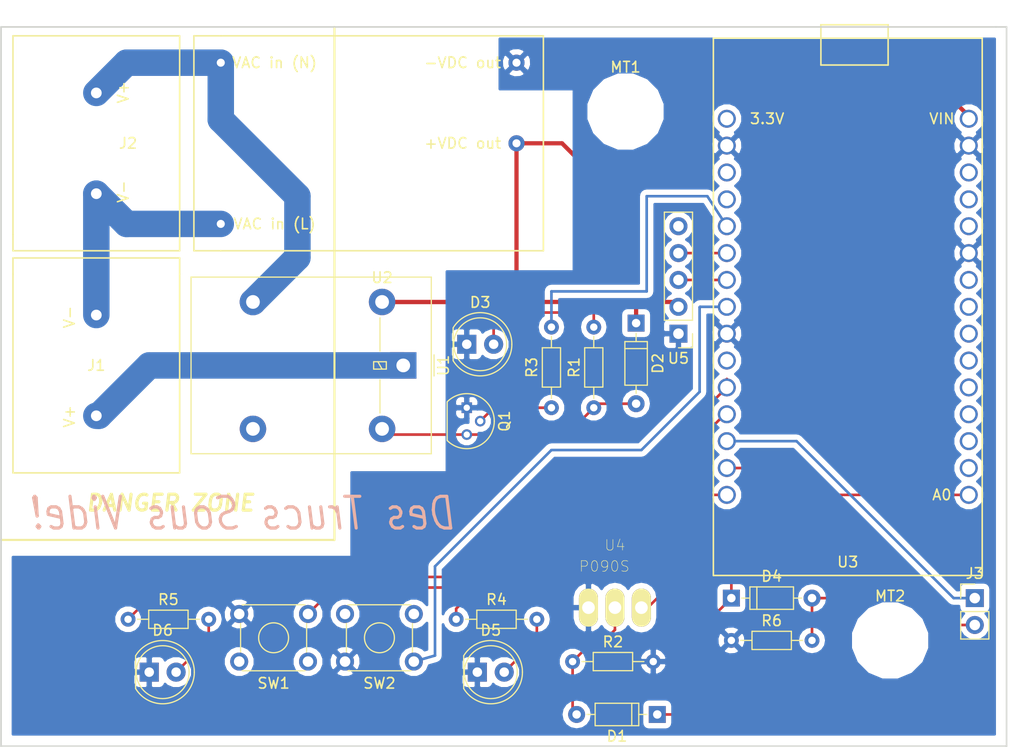
<source format=kicad_pcb>
(kicad_pcb (version 4) (host pcbnew 4.0.7-e2-6376~58~ubuntu16.04.1)

  (general
    (links 45)
    (no_connects 0)
    (area 105.924999 36.924999 201.075001 105.075001)
    (thickness 1.6)
    (drawings 9)
    (tracks 111)
    (zones 0)
    (modules 25)
    (nets 36)
  )

  (page A4)
  (title_block
    (title "Peter Mitrano")
    (date 2017-12-29)
    (rev 0.2)
    (comment 1 "with pot mount")
  )

  (layers
    (0 F.Cu signal)
    (31 B.Cu signal)
    (32 B.Adhes user)
    (33 F.Adhes user)
    (34 B.Paste user)
    (35 F.Paste user)
    (36 B.SilkS user)
    (37 F.SilkS user)
    (38 B.Mask user)
    (39 F.Mask user)
    (40 Dwgs.User user)
    (41 Cmts.User user)
    (42 Eco1.User user)
    (43 Eco2.User user)
    (44 Edge.Cuts user)
    (45 Margin user)
    (46 B.CrtYd user)
    (47 F.CrtYd user)
    (48 B.Fab user)
    (49 F.Fab user)
  )

  (setup
    (last_trace_width 0.25)
    (trace_clearance 0.2)
    (zone_clearance 0.508)
    (zone_45_only no)
    (trace_min 0.2)
    (segment_width 0.2)
    (edge_width 0.15)
    (via_size 0.6)
    (via_drill 0.4)
    (via_min_size 0.4)
    (via_min_drill 0.3)
    (uvia_size 0.3)
    (uvia_drill 0.1)
    (uvias_allowed no)
    (uvia_min_size 0)
    (uvia_min_drill 0)
    (pcb_text_width 0.3)
    (pcb_text_size 1.5 1.5)
    (mod_edge_width 0.15)
    (mod_text_size 1 1)
    (mod_text_width 0.15)
    (pad_size 1.7 1.7)
    (pad_drill 1.25)
    (pad_to_mask_clearance 0.2)
    (aux_axis_origin 0 0)
    (visible_elements FFFFFF7F)
    (pcbplotparams
      (layerselection 0x010f0_80000001)
      (usegerberextensions true)
      (excludeedgelayer true)
      (linewidth 0.100000)
      (plotframeref false)
      (viasonmask false)
      (mode 1)
      (useauxorigin false)
      (hpglpennumber 1)
      (hpglpenspeed 20)
      (hpglpendiameter 15)
      (hpglpenoverlay 2)
      (psnegative false)
      (psa4output false)
      (plotreference true)
      (plotvalue true)
      (plotinvisibletext false)
      (padsonsilk false)
      (subtractmaskfromsilk false)
      (outputformat 1)
      (mirror false)
      (drillshape 0)
      (scaleselection 1)
      (outputdirectory /home/peter/Projects/sous-vide/v0.1))
  )

  (net 0 "")
  (net 1 GND)
  (net 2 "Net-(D1-Pad2)")
  (net 3 "Net-(D2-Pad2)")
  (net 4 "Net-(D3-Pad2)")
  (net 5 "Net-(D4-Pad2)")
  (net 6 "Net-(D5-Pad2)")
  (net 7 "Net-(D6-Pad2)")
  (net 8 "Net-(J2-Pad1)")
  (net 9 "Net-(Q1-Pad2)")
  (net 10 "Net-(SW2-Pad4)")
  (net 11 +5V)
  (net 12 "Net-(U1-Pad4)")
  (net 13 /A0)
  (net 14 /SW1)
  (net 15 "Net-(SW1-Pad2)")
  (net 16 "Net-(SW1-Pad1)")
  (net 17 "Net-(SW2-Pad3)")
  (net 18 /SW2)
  (net 19 /CLK)
  (net 20 /DAT)
  (net 21 /BLUE_LED)
  (net 22 /RED_LED)
  (net 23 /THERMISTOR)
  (net 24 /UESR_POT)
  (net 25 "Net-(J1-Pad1)")
  (net 26 "Net-(J1-Pad2)")
  (net 27 "Net-(R3-Pad2)")
  (net 28 "Net-(U3-Pad12)")
  (net 29 "Net-(U3-Pad13)")
  (net 30 "Net-(U3-Pad27)")
  (net 31 "Net-(U3-Pad28)")
  (net 32 "Net-(U5-Pad5)")
  (net 33 "Net-(U3-Pad11)")
  (net 34 "Net-(U3-Pad21)")
  (net 35 "Net-(U3-Pad30)")

  (net_class Default "This is the default net class."
    (clearance 0.2)
    (trace_width 0.25)
    (via_dia 0.6)
    (via_drill 0.4)
    (uvia_dia 0.3)
    (uvia_drill 0.1)
    (add_net /A0)
    (add_net /BLUE_LED)
    (add_net /CLK)
    (add_net /DAT)
    (add_net /RED_LED)
    (add_net /SW1)
    (add_net /SW2)
    (add_net /THERMISTOR)
    (add_net /UESR_POT)
    (add_net "Net-(D1-Pad2)")
    (add_net "Net-(D2-Pad2)")
    (add_net "Net-(D3-Pad2)")
    (add_net "Net-(D4-Pad2)")
    (add_net "Net-(D5-Pad2)")
    (add_net "Net-(D6-Pad2)")
    (add_net "Net-(J1-Pad1)")
    (add_net "Net-(J1-Pad2)")
    (add_net "Net-(Q1-Pad2)")
    (add_net "Net-(R3-Pad2)")
    (add_net "Net-(SW1-Pad1)")
    (add_net "Net-(SW1-Pad2)")
    (add_net "Net-(SW2-Pad3)")
    (add_net "Net-(SW2-Pad4)")
    (add_net "Net-(U1-Pad4)")
    (add_net "Net-(U3-Pad11)")
    (add_net "Net-(U3-Pad12)")
    (add_net "Net-(U3-Pad13)")
    (add_net "Net-(U3-Pad21)")
    (add_net "Net-(U3-Pad27)")
    (add_net "Net-(U3-Pad28)")
    (add_net "Net-(U3-Pad30)")
    (add_net "Net-(U5-Pad5)")
  )

  (net_class 5V ""
    (clearance 0.3)
    (trace_width 0.4)
    (via_dia 0.7)
    (via_drill 0.5)
    (uvia_dia 0.3)
    (uvia_drill 0.1)
    (add_net +5V)
  )

  (net_class Power ""
    (clearance 0.3)
    (trace_width 0.4)
    (via_dia 0.7)
    (via_drill 0.5)
    (uvia_dia 0.3)
    (uvia_drill 0.1)
    (add_net GND)
  )

  (net_class VAC ""
    (clearance 2.5)
    (trace_width 2.5)
    (via_dia 2.7)
    (via_drill 1.5)
    (uvia_dia 0.3)
    (uvia_drill 0.1)
    (add_net "Net-(J2-Pad1)")
  )

  (module TO_SOT_Packages_THT:TO-92_Molded_Narrow (layer F.Cu) (tedit 58CE52AF) (tstamp 5A469317)
    (at 150 73 270)
    (descr "TO-92 leads molded, narrow, drill 0.6mm (see NXP sot054_po.pdf)")
    (tags "to-92 sc-43 sc-43a sot54 PA33 transistor")
    (path /5A446FBC)
    (fp_text reference Q1 (at 1.27 -3.56 270) (layer F.SilkS)
      (effects (font (size 1 1) (thickness 0.15)))
    )
    (fp_text value 2N3904 (at 1.27 2.79 270) (layer F.Fab)
      (effects (font (size 1 1) (thickness 0.15)))
    )
    (fp_text user %R (at 1.27 -3.56 270) (layer F.Fab)
      (effects (font (size 1 1) (thickness 0.15)))
    )
    (fp_line (start -0.53 1.85) (end 3.07 1.85) (layer F.SilkS) (width 0.12))
    (fp_line (start -0.5 1.75) (end 3 1.75) (layer F.Fab) (width 0.1))
    (fp_line (start -1.46 -2.73) (end 4 -2.73) (layer F.CrtYd) (width 0.05))
    (fp_line (start -1.46 -2.73) (end -1.46 2.01) (layer F.CrtYd) (width 0.05))
    (fp_line (start 4 2.01) (end 4 -2.73) (layer F.CrtYd) (width 0.05))
    (fp_line (start 4 2.01) (end -1.46 2.01) (layer F.CrtYd) (width 0.05))
    (fp_arc (start 1.27 0) (end 1.27 -2.48) (angle 135) (layer F.Fab) (width 0.1))
    (fp_arc (start 1.27 0) (end 1.27 -2.6) (angle -135) (layer F.SilkS) (width 0.12))
    (fp_arc (start 1.27 0) (end 1.27 -2.48) (angle -135) (layer F.Fab) (width 0.1))
    (fp_arc (start 1.27 0) (end 1.27 -2.6) (angle 135) (layer F.SilkS) (width 0.12))
    (pad 2 thru_hole circle (at 1.27 -1.27) (size 1 1) (drill 0.6) (layers *.Cu *.Mask)
      (net 9 "Net-(Q1-Pad2)"))
    (pad 3 thru_hole circle (at 2.54 0) (size 1 1) (drill 0.6) (layers *.Cu *.Mask)
      (net 3 "Net-(D2-Pad2)"))
    (pad 1 thru_hole rect (at 0 0) (size 1 1) (drill 0.6) (layers *.Cu *.Mask)
      (net 1 GND))
    (model ${KISYS3DMOD}/TO_SOT_Packages_THT.3dshapes/TO-92_Molded_Narrow.wrl
      (at (xyz 0.05 0 0))
      (scale (xyz 1 1 1))
      (rotate (xyz 0 0 -90))
    )
  )

  (module LEDs:LED_D5.0mm (layer F.Cu) (tedit 5995936A) (tstamp 5A4692E7)
    (at 120 98)
    (descr "LED, diameter 5.0mm, 2 pins, http://cdn-reichelt.de/documents/datenblatt/A500/LL-504BC2E-009.pdf")
    (tags "LED diameter 5.0mm 2 pins")
    (path /5A46CB9F)
    (fp_text reference D6 (at 1.27 -3.96) (layer F.SilkS)
      (effects (font (size 1 1) (thickness 0.15)))
    )
    (fp_text value LED (at 1.27 3.96) (layer F.Fab)
      (effects (font (size 1 1) (thickness 0.15)))
    )
    (fp_arc (start 1.27 0) (end -1.23 -1.469694) (angle 299.1) (layer F.Fab) (width 0.1))
    (fp_arc (start 1.27 0) (end -1.29 -1.54483) (angle 148.9) (layer F.SilkS) (width 0.12))
    (fp_arc (start 1.27 0) (end -1.29 1.54483) (angle -148.9) (layer F.SilkS) (width 0.12))
    (fp_circle (center 1.27 0) (end 3.77 0) (layer F.Fab) (width 0.1))
    (fp_circle (center 1.27 0) (end 3.77 0) (layer F.SilkS) (width 0.12))
    (fp_line (start -1.23 -1.469694) (end -1.23 1.469694) (layer F.Fab) (width 0.1))
    (fp_line (start -1.29 -1.545) (end -1.29 1.545) (layer F.SilkS) (width 0.12))
    (fp_line (start -1.95 -3.25) (end -1.95 3.25) (layer F.CrtYd) (width 0.05))
    (fp_line (start -1.95 3.25) (end 4.5 3.25) (layer F.CrtYd) (width 0.05))
    (fp_line (start 4.5 3.25) (end 4.5 -3.25) (layer F.CrtYd) (width 0.05))
    (fp_line (start 4.5 -3.25) (end -1.95 -3.25) (layer F.CrtYd) (width 0.05))
    (fp_text user %R (at 1.25 0) (layer F.Fab)
      (effects (font (size 0.8 0.8) (thickness 0.2)))
    )
    (pad 1 thru_hole rect (at 0 0) (size 1.8 1.8) (drill 0.9) (layers *.Cu *.Mask)
      (net 1 GND))
    (pad 2 thru_hole circle (at 2.54 0) (size 1.8 1.8) (drill 0.9) (layers *.Cu *.Mask)
      (net 7 "Net-(D6-Pad2)"))
    (model ${KISYS3DMOD}/LEDs.3dshapes/LED_D5.0mm.wrl
      (at (xyz 0 0 0))
      (scale (xyz 0.393701 0.393701 0.393701))
      (rotate (xyz 0 0 0))
    )
  )

  (module Resistors_THT:R_Axial_DIN0204_L3.6mm_D1.6mm_P7.62mm_Horizontal (layer F.Cu) (tedit 5874F706) (tstamp 5A469329)
    (at 158 73 90)
    (descr "Resistor, Axial_DIN0204 series, Axial, Horizontal, pin pitch=7.62mm, 0.16666666666666666W = 1/6W, length*diameter=3.6*1.6mm^2, http://cdn-reichelt.de/documents/datenblatt/B400/1_4W%23YAG.pdf")
    (tags "Resistor Axial_DIN0204 series Axial Horizontal pin pitch 7.62mm 0.16666666666666666W = 1/6W length 3.6mm diameter 1.6mm")
    (path /5A45D230)
    (fp_text reference R3 (at 3.81 -1.86 90) (layer F.SilkS)
      (effects (font (size 1 1) (thickness 0.15)))
    )
    (fp_text value 1k (at 3.81 1.86 90) (layer F.Fab)
      (effects (font (size 1 1) (thickness 0.15)))
    )
    (fp_line (start 2.01 -0.8) (end 2.01 0.8) (layer F.Fab) (width 0.1))
    (fp_line (start 2.01 0.8) (end 5.61 0.8) (layer F.Fab) (width 0.1))
    (fp_line (start 5.61 0.8) (end 5.61 -0.8) (layer F.Fab) (width 0.1))
    (fp_line (start 5.61 -0.8) (end 2.01 -0.8) (layer F.Fab) (width 0.1))
    (fp_line (start 0 0) (end 2.01 0) (layer F.Fab) (width 0.1))
    (fp_line (start 7.62 0) (end 5.61 0) (layer F.Fab) (width 0.1))
    (fp_line (start 1.95 -0.86) (end 1.95 0.86) (layer F.SilkS) (width 0.12))
    (fp_line (start 1.95 0.86) (end 5.67 0.86) (layer F.SilkS) (width 0.12))
    (fp_line (start 5.67 0.86) (end 5.67 -0.86) (layer F.SilkS) (width 0.12))
    (fp_line (start 5.67 -0.86) (end 1.95 -0.86) (layer F.SilkS) (width 0.12))
    (fp_line (start 0.88 0) (end 1.95 0) (layer F.SilkS) (width 0.12))
    (fp_line (start 6.74 0) (end 5.67 0) (layer F.SilkS) (width 0.12))
    (fp_line (start -0.95 -1.15) (end -0.95 1.15) (layer F.CrtYd) (width 0.05))
    (fp_line (start -0.95 1.15) (end 8.6 1.15) (layer F.CrtYd) (width 0.05))
    (fp_line (start 8.6 1.15) (end 8.6 -1.15) (layer F.CrtYd) (width 0.05))
    (fp_line (start 8.6 -1.15) (end -0.95 -1.15) (layer F.CrtYd) (width 0.05))
    (pad 1 thru_hole circle (at 0 0 90) (size 1.4 1.4) (drill 0.7) (layers *.Cu *.Mask)
      (net 9 "Net-(Q1-Pad2)"))
    (pad 2 thru_hole oval (at 7.62 0 90) (size 1.4 1.4) (drill 0.7) (layers *.Cu *.Mask)
      (net 27 "Net-(R3-Pad2)"))
    (model ${KISYS3DMOD}/Resistors_THT.3dshapes/R_Axial_DIN0204_L3.6mm_D1.6mm_P7.62mm_Horizontal.wrl
      (at (xyz 0 0 0))
      (scale (xyz 0.393701 0.393701 0.393701))
      (rotate (xyz 0 0 0))
    )
  )

  (module Resistors_THT:R_Axial_DIN0204_L3.6mm_D1.6mm_P7.62mm_Horizontal (layer F.Cu) (tedit 5874F706) (tstamp 5A46932F)
    (at 149 93)
    (descr "Resistor, Axial_DIN0204 series, Axial, Horizontal, pin pitch=7.62mm, 0.16666666666666666W = 1/6W, length*diameter=3.6*1.6mm^2, http://cdn-reichelt.de/documents/datenblatt/B400/1_4W%23YAG.pdf")
    (tags "Resistor Axial_DIN0204 series Axial Horizontal pin pitch 7.62mm 0.16666666666666666W = 1/6W length 3.6mm diameter 1.6mm")
    (path /5A46AC02)
    (fp_text reference R4 (at 3.81 -1.86) (layer F.SilkS)
      (effects (font (size 1 1) (thickness 0.15)))
    )
    (fp_text value 41 (at 3.81 1.86) (layer F.Fab)
      (effects (font (size 1 1) (thickness 0.15)))
    )
    (fp_line (start 2.01 -0.8) (end 2.01 0.8) (layer F.Fab) (width 0.1))
    (fp_line (start 2.01 0.8) (end 5.61 0.8) (layer F.Fab) (width 0.1))
    (fp_line (start 5.61 0.8) (end 5.61 -0.8) (layer F.Fab) (width 0.1))
    (fp_line (start 5.61 -0.8) (end 2.01 -0.8) (layer F.Fab) (width 0.1))
    (fp_line (start 0 0) (end 2.01 0) (layer F.Fab) (width 0.1))
    (fp_line (start 7.62 0) (end 5.61 0) (layer F.Fab) (width 0.1))
    (fp_line (start 1.95 -0.86) (end 1.95 0.86) (layer F.SilkS) (width 0.12))
    (fp_line (start 1.95 0.86) (end 5.67 0.86) (layer F.SilkS) (width 0.12))
    (fp_line (start 5.67 0.86) (end 5.67 -0.86) (layer F.SilkS) (width 0.12))
    (fp_line (start 5.67 -0.86) (end 1.95 -0.86) (layer F.SilkS) (width 0.12))
    (fp_line (start 0.88 0) (end 1.95 0) (layer F.SilkS) (width 0.12))
    (fp_line (start 6.74 0) (end 5.67 0) (layer F.SilkS) (width 0.12))
    (fp_line (start -0.95 -1.15) (end -0.95 1.15) (layer F.CrtYd) (width 0.05))
    (fp_line (start -0.95 1.15) (end 8.6 1.15) (layer F.CrtYd) (width 0.05))
    (fp_line (start 8.6 1.15) (end 8.6 -1.15) (layer F.CrtYd) (width 0.05))
    (fp_line (start 8.6 -1.15) (end -0.95 -1.15) (layer F.CrtYd) (width 0.05))
    (pad 1 thru_hole circle (at 0 0) (size 1.4 1.4) (drill 0.7) (layers *.Cu *.Mask)
      (net 22 /RED_LED))
    (pad 2 thru_hole oval (at 7.62 0) (size 1.4 1.4) (drill 0.7) (layers *.Cu *.Mask)
      (net 6 "Net-(D5-Pad2)"))
    (model ${KISYS3DMOD}/Resistors_THT.3dshapes/R_Axial_DIN0204_L3.6mm_D1.6mm_P7.62mm_Horizontal.wrl
      (at (xyz 0 0 0))
      (scale (xyz 0.393701 0.393701 0.393701))
      (rotate (xyz 0 0 0))
    )
  )

  (module Resistors_THT:R_Axial_DIN0204_L3.6mm_D1.6mm_P7.62mm_Horizontal (layer F.Cu) (tedit 5874F706) (tstamp 5A469335)
    (at 118 93)
    (descr "Resistor, Axial_DIN0204 series, Axial, Horizontal, pin pitch=7.62mm, 0.16666666666666666W = 1/6W, length*diameter=3.6*1.6mm^2, http://cdn-reichelt.de/documents/datenblatt/B400/1_4W%23YAG.pdf")
    (tags "Resistor Axial_DIN0204 series Axial Horizontal pin pitch 7.62mm 0.16666666666666666W = 1/6W length 3.6mm diameter 1.6mm")
    (path /5A46CB43)
    (fp_text reference R5 (at 3.81 -1.86) (layer F.SilkS)
      (effects (font (size 1 1) (thickness 0.15)))
    )
    (fp_text value 41 (at 3.81 1.86) (layer F.Fab)
      (effects (font (size 1 1) (thickness 0.15)))
    )
    (fp_line (start 2.01 -0.8) (end 2.01 0.8) (layer F.Fab) (width 0.1))
    (fp_line (start 2.01 0.8) (end 5.61 0.8) (layer F.Fab) (width 0.1))
    (fp_line (start 5.61 0.8) (end 5.61 -0.8) (layer F.Fab) (width 0.1))
    (fp_line (start 5.61 -0.8) (end 2.01 -0.8) (layer F.Fab) (width 0.1))
    (fp_line (start 0 0) (end 2.01 0) (layer F.Fab) (width 0.1))
    (fp_line (start 7.62 0) (end 5.61 0) (layer F.Fab) (width 0.1))
    (fp_line (start 1.95 -0.86) (end 1.95 0.86) (layer F.SilkS) (width 0.12))
    (fp_line (start 1.95 0.86) (end 5.67 0.86) (layer F.SilkS) (width 0.12))
    (fp_line (start 5.67 0.86) (end 5.67 -0.86) (layer F.SilkS) (width 0.12))
    (fp_line (start 5.67 -0.86) (end 1.95 -0.86) (layer F.SilkS) (width 0.12))
    (fp_line (start 0.88 0) (end 1.95 0) (layer F.SilkS) (width 0.12))
    (fp_line (start 6.74 0) (end 5.67 0) (layer F.SilkS) (width 0.12))
    (fp_line (start -0.95 -1.15) (end -0.95 1.15) (layer F.CrtYd) (width 0.05))
    (fp_line (start -0.95 1.15) (end 8.6 1.15) (layer F.CrtYd) (width 0.05))
    (fp_line (start 8.6 1.15) (end 8.6 -1.15) (layer F.CrtYd) (width 0.05))
    (fp_line (start 8.6 -1.15) (end -0.95 -1.15) (layer F.CrtYd) (width 0.05))
    (pad 1 thru_hole circle (at 0 0) (size 1.4 1.4) (drill 0.7) (layers *.Cu *.Mask)
      (net 21 /BLUE_LED))
    (pad 2 thru_hole oval (at 7.62 0) (size 1.4 1.4) (drill 0.7) (layers *.Cu *.Mask)
      (net 7 "Net-(D6-Pad2)"))
    (model ${KISYS3DMOD}/Resistors_THT.3dshapes/R_Axial_DIN0204_L3.6mm_D1.6mm_P7.62mm_Horizontal.wrl
      (at (xyz 0 0 0))
      (scale (xyz 0.393701 0.393701 0.393701))
      (rotate (xyz 0 0 0))
    )
  )

  (module Resistors_THT:R_Axial_DIN0204_L3.6mm_D1.6mm_P7.62mm_Horizontal (layer F.Cu) (tedit 5874F706) (tstamp 5A46933B)
    (at 175 95)
    (descr "Resistor, Axial_DIN0204 series, Axial, Horizontal, pin pitch=7.62mm, 0.16666666666666666W = 1/6W, length*diameter=3.6*1.6mm^2, http://cdn-reichelt.de/documents/datenblatt/B400/1_4W%23YAG.pdf")
    (tags "Resistor Axial_DIN0204 series Axial Horizontal pin pitch 7.62mm 0.16666666666666666W = 1/6W length 3.6mm diameter 1.6mm")
    (path /5A45BBE8)
    (fp_text reference R6 (at 3.81 -1.86) (layer F.SilkS)
      (effects (font (size 1 1) (thickness 0.15)))
    )
    (fp_text value 11k (at 3.81 1.86) (layer F.Fab)
      (effects (font (size 1 1) (thickness 0.15)))
    )
    (fp_line (start 2.01 -0.8) (end 2.01 0.8) (layer F.Fab) (width 0.1))
    (fp_line (start 2.01 0.8) (end 5.61 0.8) (layer F.Fab) (width 0.1))
    (fp_line (start 5.61 0.8) (end 5.61 -0.8) (layer F.Fab) (width 0.1))
    (fp_line (start 5.61 -0.8) (end 2.01 -0.8) (layer F.Fab) (width 0.1))
    (fp_line (start 0 0) (end 2.01 0) (layer F.Fab) (width 0.1))
    (fp_line (start 7.62 0) (end 5.61 0) (layer F.Fab) (width 0.1))
    (fp_line (start 1.95 -0.86) (end 1.95 0.86) (layer F.SilkS) (width 0.12))
    (fp_line (start 1.95 0.86) (end 5.67 0.86) (layer F.SilkS) (width 0.12))
    (fp_line (start 5.67 0.86) (end 5.67 -0.86) (layer F.SilkS) (width 0.12))
    (fp_line (start 5.67 -0.86) (end 1.95 -0.86) (layer F.SilkS) (width 0.12))
    (fp_line (start 0.88 0) (end 1.95 0) (layer F.SilkS) (width 0.12))
    (fp_line (start 6.74 0) (end 5.67 0) (layer F.SilkS) (width 0.12))
    (fp_line (start -0.95 -1.15) (end -0.95 1.15) (layer F.CrtYd) (width 0.05))
    (fp_line (start -0.95 1.15) (end 8.6 1.15) (layer F.CrtYd) (width 0.05))
    (fp_line (start 8.6 1.15) (end 8.6 -1.15) (layer F.CrtYd) (width 0.05))
    (fp_line (start 8.6 -1.15) (end -0.95 -1.15) (layer F.CrtYd) (width 0.05))
    (pad 1 thru_hole circle (at 0 0) (size 1.4 1.4) (drill 0.7) (layers *.Cu *.Mask)
      (net 1 GND))
    (pad 2 thru_hole oval (at 7.62 0) (size 1.4 1.4) (drill 0.7) (layers *.Cu *.Mask)
      (net 5 "Net-(D4-Pad2)"))
    (model ${KISYS3DMOD}/Resistors_THT.3dshapes/R_Axial_DIN0204_L3.6mm_D1.6mm_P7.62mm_Horizontal.wrl
      (at (xyz 0 0 0))
      (scale (xyz 0.393701 0.393701 0.393701))
      (rotate (xyz 0 0 0))
    )
  )

  (module Buttons_Switches_THT:SW_TH_Tactile_Omron_B3F-10xx (layer F.Cu) (tedit 5928351D) (tstamp 5A46934F)
    (at 135 97 180)
    (descr SW_TH_Tactile_Omron_B3F-10xx_https://www.omron.com/ecb/products/pdf/en-b3f.pdf)
    (tags "Omron B3F-10xx")
    (path /5A447497)
    (fp_text reference SW1 (at 3.25 -2.05 180) (layer F.SilkS)
      (effects (font (size 1 1) (thickness 0.15)))
    )
    (fp_text value SW_Push_Dual (at 3.2 6.5 180) (layer F.Fab)
      (effects (font (size 1 1) (thickness 0.15)))
    )
    (fp_line (start 0.25 -0.75) (end 0.25 5.25) (layer F.Fab) (width 0.1))
    (fp_line (start 6.25 -0.75) (end 6.25 5.25) (layer F.Fab) (width 0.1))
    (fp_line (start 0.25 -0.75) (end 6.25 -0.75) (layer F.Fab) (width 0.1))
    (fp_text user %R (at 3.25 2.25 180) (layer F.Fab)
      (effects (font (size 1 1) (thickness 0.15)))
    )
    (fp_line (start 7.65 -1.15) (end -1.1 -1.15) (layer F.CrtYd) (width 0.05))
    (fp_line (start 7.6 5.6) (end 7.6 -1.1) (layer F.CrtYd) (width 0.05))
    (fp_line (start -1.1 5.6) (end 7.6 5.6) (layer F.CrtYd) (width 0.05))
    (fp_line (start -1.1 -1.15) (end -1.1 5.6) (layer F.CrtYd) (width 0.05))
    (fp_circle (center 3.25 2.25) (end 4.25 3.25) (layer F.SilkS) (width 0.12))
    (fp_line (start 0.28 5.37) (end 6.22 5.37) (layer F.SilkS) (width 0.12))
    (fp_line (start 0.28 -0.87) (end 6.22 -0.87) (layer F.SilkS) (width 0.12))
    (fp_line (start 0.13 3.59) (end 0.13 0.91) (layer F.SilkS) (width 0.12))
    (fp_line (start 6.37 0.91) (end 6.37 3.59) (layer F.SilkS) (width 0.12))
    (fp_line (start 0.25 5.25) (end 6.25 5.25) (layer F.Fab) (width 0.1))
    (pad 4 thru_hole circle (at 6.5 4.5 180) (size 1.7 1.7) (drill 1) (layers *.Cu *.Mask)
      (net 1 GND))
    (pad 3 thru_hole circle (at 0 4.5 180) (size 1.7 1.7) (drill 1) (layers *.Cu *.Mask)
      (net 14 /SW1))
    (pad 2 thru_hole circle (at 6.5 0 180) (size 1.7 1.7) (drill 1) (layers *.Cu *.Mask)
      (net 15 "Net-(SW1-Pad2)"))
    (pad 1 thru_hole circle (at 0 0 180) (size 1.7 1.7) (drill 1) (layers *.Cu *.Mask)
      (net 16 "Net-(SW1-Pad1)"))
    (model ${KISYS3DMOD}/Buttons_Switches_THT.3dshapes/SW_TH_Tactile_Omron_B3F-10xx.wrl
      (at (xyz 0 0 0))
      (scale (xyz 1 1 1))
      (rotate (xyz 0 0 0))
    )
  )

  (module Buttons_Switches_THT:SW_TH_Tactile_Omron_B3F-10xx (layer F.Cu) (tedit 5A46E539) (tstamp 5A469357)
    (at 145 97 180)
    (descr SW_TH_Tactile_Omron_B3F-10xx_https://www.omron.com/ecb/products/pdf/en-b3f.pdf)
    (tags "Omron B3F-10xx")
    (path /5A447440)
    (fp_text reference SW2 (at 3.25 -2.05 180) (layer F.SilkS)
      (effects (font (size 1 1) (thickness 0.15)))
    )
    (fp_text value SW_Push_Dual (at 3.2 6.5 180) (layer F.Fab)
      (effects (font (size 1 1) (thickness 0.15)))
    )
    (fp_line (start 0.25 -0.75) (end 0.25 5.25) (layer F.Fab) (width 0.1))
    (fp_line (start 6.25 -0.75) (end 6.25 5.25) (layer F.Fab) (width 0.1))
    (fp_line (start 0.25 -0.75) (end 6.25 -0.75) (layer F.Fab) (width 0.1))
    (fp_text user %R (at 3.25 2.25 180) (layer F.Fab)
      (effects (font (size 1 1) (thickness 0.15)))
    )
    (fp_line (start 7.65 -1.15) (end -1.1 -1.15) (layer F.CrtYd) (width 0.05))
    (fp_line (start 7.6 5.6) (end 7.6 -1.1) (layer F.CrtYd) (width 0.05))
    (fp_line (start -1.1 5.6) (end 7.6 5.6) (layer F.CrtYd) (width 0.05))
    (fp_line (start -1.1 -1.15) (end -1.1 5.6) (layer F.CrtYd) (width 0.05))
    (fp_circle (center 3.25 2.25) (end 4.25 3.25) (layer F.SilkS) (width 0.12))
    (fp_line (start 0.28 5.37) (end 6.22 5.37) (layer F.SilkS) (width 0.12))
    (fp_line (start 0.28 -0.87) (end 6.22 -0.87) (layer F.SilkS) (width 0.12))
    (fp_line (start 0.13 3.59) (end 0.13 0.91) (layer F.SilkS) (width 0.12))
    (fp_line (start 6.37 0.91) (end 6.37 3.59) (layer F.SilkS) (width 0.12))
    (fp_line (start 0.25 5.25) (end 6.25 5.25) (layer F.Fab) (width 0.1))
    (pad 4 thru_hole circle (at 6.5 4.5 180) (size 1.7 1.7) (drill 1) (layers *.Cu *.Mask)
      (net 10 "Net-(SW2-Pad4)"))
    (pad 3 thru_hole circle (at 0 4.5 180) (size 1.7 1.7) (drill 1) (layers *.Cu *.Mask)
      (net 17 "Net-(SW2-Pad3)"))
    (pad 2 thru_hole circle (at 6.5 0 180) (size 1.7 1.7) (drill 1) (layers *.Cu *.Mask)
      (net 1 GND))
    (pad 1 thru_hole circle (at 0 0 180) (size 1.7 1.7) (drill 1) (layers *.Cu *.Mask)
      (net 18 /SW2))
    (model ${KISYS3DMOD}/Buttons_Switches_THT.3dshapes/SW_TH_Tactile_Omron_B3F-10xx.wrl
      (at (xyz 0 0 0))
      (scale (xyz 1 1 1))
      (rotate (xyz 0 0 0))
    )
  )

  (module Pin_Headers:Pin_Header_Straight_1x02_Pitch2.54mm (layer F.Cu) (tedit 59650532) (tstamp 5A46E4DD)
    (at 198 91)
    (descr "Through hole straight pin header, 1x02, 2.54mm pitch, single row")
    (tags "Through hole pin header THT 1x02 2.54mm single row")
    (path /5A46D37D)
    (fp_text reference J3 (at 0 -2.33) (layer F.SilkS)
      (effects (font (size 1 1) (thickness 0.15)))
    )
    (fp_text value Conn_01x02 (at 0 4.87) (layer F.Fab)
      (effects (font (size 1 1) (thickness 0.15)))
    )
    (fp_line (start -0.635 -1.27) (end 1.27 -1.27) (layer F.Fab) (width 0.1))
    (fp_line (start 1.27 -1.27) (end 1.27 3.81) (layer F.Fab) (width 0.1))
    (fp_line (start 1.27 3.81) (end -1.27 3.81) (layer F.Fab) (width 0.1))
    (fp_line (start -1.27 3.81) (end -1.27 -0.635) (layer F.Fab) (width 0.1))
    (fp_line (start -1.27 -0.635) (end -0.635 -1.27) (layer F.Fab) (width 0.1))
    (fp_line (start -1.33 3.87) (end 1.33 3.87) (layer F.SilkS) (width 0.12))
    (fp_line (start -1.33 1.27) (end -1.33 3.87) (layer F.SilkS) (width 0.12))
    (fp_line (start 1.33 1.27) (end 1.33 3.87) (layer F.SilkS) (width 0.12))
    (fp_line (start -1.33 1.27) (end 1.33 1.27) (layer F.SilkS) (width 0.12))
    (fp_line (start -1.33 0) (end -1.33 -1.33) (layer F.SilkS) (width 0.12))
    (fp_line (start -1.33 -1.33) (end 0 -1.33) (layer F.SilkS) (width 0.12))
    (fp_line (start -1.8 -1.8) (end -1.8 4.35) (layer F.CrtYd) (width 0.05))
    (fp_line (start -1.8 4.35) (end 1.8 4.35) (layer F.CrtYd) (width 0.05))
    (fp_line (start 1.8 4.35) (end 1.8 -1.8) (layer F.CrtYd) (width 0.05))
    (fp_line (start 1.8 -1.8) (end -1.8 -1.8) (layer F.CrtYd) (width 0.05))
    (fp_text user %R (at 0 1.27 90) (layer F.Fab)
      (effects (font (size 1 1) (thickness 0.15)))
    )
    (pad 1 thru_hole rect (at 0 0) (size 1.7 1.7) (drill 1) (layers *.Cu *.Mask)
      (net 23 /THERMISTOR))
    (pad 2 thru_hole oval (at 0 2.54) (size 1.7 1.7) (drill 1) (layers *.Cu *.Mask)
      (net 5 "Net-(D4-Pad2)"))
    (model ${KISYS3DMOD}/Pin_Headers.3dshapes/Pin_Header_Straight_1x02_Pitch2.54mm.wrl
      (at (xyz 0 0 0))
      (scale (xyz 1 1 1))
      (rotate (xyz 0 0 0))
    )
  )

  (module custom:NC6-P108-02 (layer F.Cu) (tedit 5A488791) (tstamp 5A48806C)
    (at 115 69 270)
    (descr "Screw terminal A98495-ND")
    (tags "screw terminal")
    (path /5A46D2EC)
    (fp_text reference J1 (at 0 0 360) (layer F.SilkS)
      (effects (font (size 1 1) (thickness 0.15)))
    )
    (fp_text value Conn_01x02 (at 0.1524 -2.3368 270) (layer F.Fab)
      (effects (font (size 1 1) (thickness 0.15)))
    )
    (fp_text user V- (at -4.572 2.54 270) (layer F.SilkS)
      (effects (font (size 1 1) (thickness 0.15)))
    )
    (fp_text user V+ (at 4.826 2.54 270) (layer F.SilkS)
      (effects (font (size 1 1) (thickness 0.15)))
    )
    (fp_line (start -8.636 7.874) (end -10.16 7.874) (layer F.SilkS) (width 0.15))
    (fp_line (start -10.16 7.874) (end -10.16 -7.874) (layer F.SilkS) (width 0.15))
    (fp_line (start -10.16 -7.874) (end -8.636 -7.874) (layer F.SilkS) (width 0.15))
    (fp_line (start -8.636 -7.874) (end 10.16 -7.874) (layer F.SilkS) (width 0.15))
    (fp_line (start 10.16 -7.874) (end 10.16 7.874) (layer F.SilkS) (width 0.15))
    (fp_line (start 10.16 7.874) (end -8.636 7.874) (layer F.SilkS) (width 0.15))
    (pad 1 thru_hole circle (at 4.7625 0 270) (size 1.778 1.778) (drill 1.016) (layers *.Cu *.Mask)
      (net 25 "Net-(J1-Pad1)"))
    (pad 2 thru_hole circle (at -4.7625 0 270) (size 1.778 1.778) (drill 1.016) (layers *.Cu *.Mask)
      (net 26 "Net-(J1-Pad2)"))
  )

  (module custom:NC6-P108-02 (layer F.Cu) (tedit 5A48878A) (tstamp 5A488072)
    (at 115 48 90)
    (descr "Screw terminal A98495-ND")
    (tags "screw terminal")
    (path /5A4549FC)
    (fp_text reference J2 (at 0 3 180) (layer F.SilkS)
      (effects (font (size 1 1) (thickness 0.15)))
    )
    (fp_text value Conn_01x02 (at 0.1524 -2.3368 90) (layer F.Fab)
      (effects (font (size 1 1) (thickness 0.15)))
    )
    (fp_text user V- (at -4.572 2.54 90) (layer F.SilkS)
      (effects (font (size 1 1) (thickness 0.15)))
    )
    (fp_text user V+ (at 4.826 2.54 90) (layer F.SilkS)
      (effects (font (size 1 1) (thickness 0.15)))
    )
    (fp_line (start -8.636 7.874) (end -10.16 7.874) (layer F.SilkS) (width 0.15))
    (fp_line (start -10.16 7.874) (end -10.16 -7.874) (layer F.SilkS) (width 0.15))
    (fp_line (start -10.16 -7.874) (end -8.636 -7.874) (layer F.SilkS) (width 0.15))
    (fp_line (start -8.636 -7.874) (end 10.16 -7.874) (layer F.SilkS) (width 0.15))
    (fp_line (start 10.16 -7.874) (end 10.16 7.874) (layer F.SilkS) (width 0.15))
    (fp_line (start 10.16 7.874) (end -8.636 7.874) (layer F.SilkS) (width 0.15))
    (pad 1 thru_hole circle (at 4.7625 0 90) (size 1.778 1.778) (drill 1.016) (layers *.Cu *.Mask)
      (net 8 "Net-(J2-Pad1)"))
    (pad 2 thru_hole circle (at -4.7625 0 90) (size 1.778 1.778) (drill 1.016) (layers *.Cu *.Mask)
      (net 26 "Net-(J1-Pad2)"))
  )

  (module Resistors_THT:R_Axial_DIN0204_L3.6mm_D1.6mm_P7.62mm_Horizontal (layer F.Cu) (tedit 5874F706) (tstamp 5A488078)
    (at 162 73 90)
    (descr "Resistor, Axial_DIN0204 series, Axial, Horizontal, pin pitch=7.62mm, 0.16666666666666666W = 1/6W, length*diameter=3.6*1.6mm^2, http://cdn-reichelt.de/documents/datenblatt/B400/1_4W%23YAG.pdf")
    (tags "Resistor Axial_DIN0204 series Axial Horizontal pin pitch 7.62mm 0.16666666666666666W = 1/6W length 3.6mm diameter 1.6mm")
    (path /5A46A0C8)
    (fp_text reference R1 (at 3.81 -1.86 90) (layer F.SilkS)
      (effects (font (size 1 1) (thickness 0.15)))
    )
    (fp_text value 110 (at 3.81 1.86 90) (layer F.Fab)
      (effects (font (size 1 1) (thickness 0.15)))
    )
    (fp_line (start 2.01 -0.8) (end 2.01 0.8) (layer F.Fab) (width 0.1))
    (fp_line (start 2.01 0.8) (end 5.61 0.8) (layer F.Fab) (width 0.1))
    (fp_line (start 5.61 0.8) (end 5.61 -0.8) (layer F.Fab) (width 0.1))
    (fp_line (start 5.61 -0.8) (end 2.01 -0.8) (layer F.Fab) (width 0.1))
    (fp_line (start 0 0) (end 2.01 0) (layer F.Fab) (width 0.1))
    (fp_line (start 7.62 0) (end 5.61 0) (layer F.Fab) (width 0.1))
    (fp_line (start 1.95 -0.86) (end 1.95 0.86) (layer F.SilkS) (width 0.12))
    (fp_line (start 1.95 0.86) (end 5.67 0.86) (layer F.SilkS) (width 0.12))
    (fp_line (start 5.67 0.86) (end 5.67 -0.86) (layer F.SilkS) (width 0.12))
    (fp_line (start 5.67 -0.86) (end 1.95 -0.86) (layer F.SilkS) (width 0.12))
    (fp_line (start 0.88 0) (end 1.95 0) (layer F.SilkS) (width 0.12))
    (fp_line (start 6.74 0) (end 5.67 0) (layer F.SilkS) (width 0.12))
    (fp_line (start -0.95 -1.15) (end -0.95 1.15) (layer F.CrtYd) (width 0.05))
    (fp_line (start -0.95 1.15) (end 8.6 1.15) (layer F.CrtYd) (width 0.05))
    (fp_line (start 8.6 1.15) (end 8.6 -1.15) (layer F.CrtYd) (width 0.05))
    (fp_line (start 8.6 -1.15) (end -0.95 -1.15) (layer F.CrtYd) (width 0.05))
    (pad 1 thru_hole circle (at 0 0 90) (size 1.4 1.4) (drill 0.7) (layers *.Cu *.Mask)
      (net 3 "Net-(D2-Pad2)"))
    (pad 2 thru_hole oval (at 7.62 0 90) (size 1.4 1.4) (drill 0.7) (layers *.Cu *.Mask)
      (net 4 "Net-(D3-Pad2)"))
    (model ${KISYS3DMOD}/Resistors_THT.3dshapes/R_Axial_DIN0204_L3.6mm_D1.6mm_P7.62mm_Horizontal.wrl
      (at (xyz 0 0 0))
      (scale (xyz 0.393701 0.393701 0.393701))
      (rotate (xyz 0 0 0))
    )
  )

  (module Resistors_THT:R_Axial_DIN0204_L3.6mm_D1.6mm_P7.62mm_Horizontal (layer F.Cu) (tedit 5874F706) (tstamp 5A48807E)
    (at 160 97)
    (descr "Resistor, Axial_DIN0204 series, Axial, Horizontal, pin pitch=7.62mm, 0.16666666666666666W = 1/6W, length*diameter=3.6*1.6mm^2, http://cdn-reichelt.de/documents/datenblatt/B400/1_4W%23YAG.pdf")
    (tags "Resistor Axial_DIN0204 series Axial Horizontal pin pitch 7.62mm 0.16666666666666666W = 1/6W length 3.6mm diameter 1.6mm")
    (path /5A45B5F6)
    (fp_text reference R2 (at 3.81 -1.86) (layer F.SilkS)
      (effects (font (size 1 1) (thickness 0.15)))
    )
    (fp_text value 11k (at 3.81 1.86) (layer F.Fab)
      (effects (font (size 1 1) (thickness 0.15)))
    )
    (fp_line (start 2.01 -0.8) (end 2.01 0.8) (layer F.Fab) (width 0.1))
    (fp_line (start 2.01 0.8) (end 5.61 0.8) (layer F.Fab) (width 0.1))
    (fp_line (start 5.61 0.8) (end 5.61 -0.8) (layer F.Fab) (width 0.1))
    (fp_line (start 5.61 -0.8) (end 2.01 -0.8) (layer F.Fab) (width 0.1))
    (fp_line (start 0 0) (end 2.01 0) (layer F.Fab) (width 0.1))
    (fp_line (start 7.62 0) (end 5.61 0) (layer F.Fab) (width 0.1))
    (fp_line (start 1.95 -0.86) (end 1.95 0.86) (layer F.SilkS) (width 0.12))
    (fp_line (start 1.95 0.86) (end 5.67 0.86) (layer F.SilkS) (width 0.12))
    (fp_line (start 5.67 0.86) (end 5.67 -0.86) (layer F.SilkS) (width 0.12))
    (fp_line (start 5.67 -0.86) (end 1.95 -0.86) (layer F.SilkS) (width 0.12))
    (fp_line (start 0.88 0) (end 1.95 0) (layer F.SilkS) (width 0.12))
    (fp_line (start 6.74 0) (end 5.67 0) (layer F.SilkS) (width 0.12))
    (fp_line (start -0.95 -1.15) (end -0.95 1.15) (layer F.CrtYd) (width 0.05))
    (fp_line (start -0.95 1.15) (end 8.6 1.15) (layer F.CrtYd) (width 0.05))
    (fp_line (start 8.6 1.15) (end 8.6 -1.15) (layer F.CrtYd) (width 0.05))
    (fp_line (start 8.6 -1.15) (end -0.95 -1.15) (layer F.CrtYd) (width 0.05))
    (pad 1 thru_hole circle (at 0 0) (size 1.4 1.4) (drill 0.7) (layers *.Cu *.Mask)
      (net 2 "Net-(D1-Pad2)"))
    (pad 2 thru_hole oval (at 7.62 0) (size 1.4 1.4) (drill 0.7) (layers *.Cu *.Mask)
      (net 1 GND))
    (model ${KISYS3DMOD}/Resistors_THT.3dshapes/R_Axial_DIN0204_L3.6mm_D1.6mm_P7.62mm_Horizontal.wrl
      (at (xyz 0 0 0))
      (scale (xyz 0.393701 0.393701 0.393701))
      (rotate (xyz 0 0 0))
    )
  )

  (module Relays_THT:Relay_SPDT_OMRON-G5LE-1 (layer F.Cu) (tedit 59A98DAB) (tstamp 5A48811C)
    (at 144 69 270)
    (descr "Omron Relay SPDT, http://www.omron.com/ecb/products/pdf/en-g5le.pdf")
    (tags "Omron Relay SPDT")
    (path /5A454255)
    (fp_text reference U1 (at 0 -3.8 270) (layer F.SilkS)
      (effects (font (size 1 1) (thickness 0.15)))
    )
    (fp_text value G5LE (at 0 20.95 270) (layer F.Fab)
      (effects (font (size 1 1) (thickness 0.15)))
    )
    (fp_line (start 0 -1.55) (end 1 -2.55) (layer F.Fab) (width 0.1))
    (fp_line (start 1 -2.55) (end 8.25 -2.55) (layer F.Fab) (width 0.1))
    (fp_line (start 8.25 -2.55) (end 8.25 19.95) (layer F.Fab) (width 0.1))
    (fp_line (start 8.25 19.95) (end -8.25 19.95) (layer F.Fab) (width 0.1))
    (fp_line (start -8.25 19.95) (end -8.25 -2.55) (layer F.Fab) (width 0.1))
    (fp_line (start -8.25 -2.55) (end -1 -2.55) (layer F.Fab) (width 0.1))
    (fp_line (start -1 -2.55) (end 0 -1.55) (layer F.Fab) (width 0.1))
    (fp_line (start -4.5 2) (end 4.5 2) (layer F.Fab) (width 0.1))
    (fp_line (start 8.35 20.05) (end 8.35 -2.65) (layer F.SilkS) (width 0.12))
    (fp_line (start 8.35 -2.65) (end -8.35 -2.65) (layer F.SilkS) (width 0.12))
    (fp_line (start -8.35 -2.65) (end -8.35 20.05) (layer F.SilkS) (width 0.12))
    (fp_line (start -8.35 20.05) (end 8.35 20.05) (layer F.SilkS) (width 0.12))
    (fp_line (start -0.35 2.4) (end 0.35 2) (layer F.SilkS) (width 0.12))
    (fp_line (start 0.35 2.8) (end 0.35 1.6) (layer F.SilkS) (width 0.12))
    (fp_line (start 0.35 1.6) (end -0.35 1.6) (layer F.SilkS) (width 0.12))
    (fp_line (start -0.35 1.6) (end -0.35 2.8) (layer F.SilkS) (width 0.12))
    (fp_line (start -0.35 2.8) (end 0.35 2.8) (layer F.SilkS) (width 0.12))
    (fp_line (start -1 -2.91) (end 1 -2.91) (layer F.SilkS) (width 0.12))
    (fp_line (start -4.5 2.2) (end -1.35 2.2) (layer F.SilkS) (width 0.12))
    (fp_line (start 1.35 2.2) (end 4.5 2.2) (layer F.SilkS) (width 0.12))
    (fp_line (start 8.5 20.2) (end 8.5 -2.8) (layer F.CrtYd) (width 0.05))
    (fp_line (start 8.5 -2.8) (end -8.5 -2.8) (layer F.CrtYd) (width 0.05))
    (fp_line (start -8.5 -2.8) (end -8.5 20.2) (layer F.CrtYd) (width 0.05))
    (fp_line (start -8.5 20.2) (end 8.5 20.2) (layer F.CrtYd) (width 0.05))
    (fp_text user %R (at 0 8.7 270) (layer F.Fab)
      (effects (font (size 1 1) (thickness 0.15)))
    )
    (pad 1 thru_hole rect (at 0 0 270) (size 2.5 2.5) (drill 1.3) (layers *.Cu *.Mask)
      (net 25 "Net-(J1-Pad1)"))
    (pad 2 thru_hole oval (at -6 2 270) (size 2.5 2.5) (drill 1.3) (layers *.Cu *.Mask)
      (net 11 +5V))
    (pad 3 thru_hole oval (at -6 14.2 270) (size 2.5 2.5) (drill 1.3) (layers *.Cu *.Mask)
      (net 8 "Net-(J2-Pad1)"))
    (pad 4 thru_hole oval (at 6 14.2 270) (size 2.5 2.5) (drill 1.3) (layers *.Cu *.Mask)
      (net 12 "Net-(U1-Pad4)"))
    (pad 5 thru_hole oval (at 6 2 270) (size 2.5 2.5) (drill 1.3) (layers *.Cu *.Mask)
      (net 3 "Net-(D2-Pad2)"))
    (model ${KISYS3DMOD}/Relays_THT.3dshapes/Relay_SPDT_OMRON-G5LE-1.wrl
      (at (xyz 0 0 0))
      (scale (xyz 1 1 1))
      (rotate (xyz 0 0 0))
    )
  )

  (module custom:RAC01-05SC (layer F.Cu) (tedit 5A45F177) (tstamp 5A488370)
    (at 142 48)
    (path /5A453F6B)
    (fp_text reference U2 (at 0 12.7) (layer F.SilkS)
      (effects (font (size 1 1) (thickness 0.15)))
    )
    (fp_text value RAC01 (at 0 -12.7) (layer F.Fab)
      (effects (font (size 1 1) (thickness 0.15)))
    )
    (fp_text user "+VDC out" (at 7.62 0) (layer F.SilkS)
      (effects (font (size 1 1) (thickness 0.15)))
    )
    (fp_text user "-VDC out" (at 7.62 -7.62) (layer F.SilkS)
      (effects (font (size 1 1) (thickness 0.15)))
    )
    (fp_text user "VAC in (N)" (at -10.16 -7.62) (layer F.SilkS)
      (effects (font (size 1 1) (thickness 0.15)))
    )
    (fp_text user "VAC in (L)" (at -10.16 7.62) (layer F.SilkS)
      (effects (font (size 1 1) (thickness 0.15)))
    )
    (fp_line (start 12.7 -10.16) (end 15.24 -10.16) (layer F.SilkS) (width 0.15))
    (fp_line (start 15.24 -10.16) (end 15.24 10.16) (layer F.SilkS) (width 0.15))
    (fp_line (start 15.24 10.16) (end 12.7 10.16) (layer F.SilkS) (width 0.15))
    (fp_line (start -15.24 10.16) (end -17.78 10.16) (layer F.SilkS) (width 0.15))
    (fp_line (start -17.78 10.16) (end -17.78 -10.16) (layer F.SilkS) (width 0.15))
    (fp_line (start -17.78 -10.16) (end -15.24 -10.16) (layer F.SilkS) (width 0.15))
    (fp_line (start 12.7 -10.16) (end -15.24 -10.16) (layer F.SilkS) (width 0.15))
    (fp_line (start -15.24 10.16) (end 12.7 10.16) (layer F.SilkS) (width 0.15))
    (pad 1 thru_hole circle (at -15.24 -7.62) (size 1.524 1.524) (drill 0.762) (layers *.Cu *.Mask)
      (net 8 "Net-(J2-Pad1)"))
    (pad 2 thru_hole circle (at -15.24 7.62) (size 1.524 1.524) (drill 0.762) (layers *.Cu *.Mask)
      (net 26 "Net-(J1-Pad2)"))
    (pad 3 thru_hole circle (at 12.7 -7.62) (size 1.524 1.524) (drill 0.762) (layers *.Cu *.Mask)
      (net 1 GND))
    (pad 4 thru_hole circle (at 12.7 0) (size 1.524 1.524) (drill 0.762) (layers *.Cu *.Mask)
      (net 11 +5V))
  )

  (module custom:NodeMCU_1_0 (layer F.Cu) (tedit 5A45F9E4) (tstamp 5A488392)
    (at 186 66)
    (path /5A457536)
    (fp_text reference U3 (at 0 21.59) (layer F.SilkS)
      (effects (font (size 1 1) (thickness 0.15)))
    )
    (fp_text value node_mcu1.0 (at 0 -22.86) (layer F.Fab)
      (effects (font (size 1 1) (thickness 0.15)))
    )
    (fp_text user 3.3V (at -7.62 -20.32) (layer F.SilkS)
      (effects (font (size 1 1) (thickness 0.15)))
    )
    (fp_text user VIN (at 8.89 -20.32) (layer F.SilkS)
      (effects (font (size 1 1) (thickness 0.15)))
    )
    (fp_text user A0 (at 8.89 15.24) (layer F.SilkS)
      (effects (font (size 1 1) (thickness 0.15)))
    )
    (fp_line (start 3.81 -29.21) (end -2.54 -29.21) (layer F.SilkS) (width 0.15))
    (fp_line (start -2.54 -29.21) (end -2.54 -25.4) (layer F.SilkS) (width 0.15))
    (fp_line (start -2.54 -25.4) (end 3.81 -25.4) (layer F.SilkS) (width 0.15))
    (fp_line (start 3.81 -25.4) (end 3.81 -27.94) (layer F.SilkS) (width 0.15))
    (fp_line (start 3.81 -27.94) (end 3.81 -29.21) (layer F.SilkS) (width 0.15))
    (fp_line (start 12.7 22.86) (end 12.7 -27.94) (layer F.SilkS) (width 0.15))
    (fp_line (start 12.7 -27.94) (end -12.7 -27.94) (layer F.SilkS) (width 0.15))
    (fp_line (start -12.7 -27.94) (end -12.7 22.86) (layer F.SilkS) (width 0.15))
    (fp_line (start -12.7 22.86) (end 12.7 22.86) (layer F.SilkS) (width 0.15))
    (pad 1 thru_hole circle (at 11.43 15.24) (size 1.7 1.7) (drill 1.25) (layers *.Cu *.Mask)
      (net 13 /A0))
    (pad 2 thru_hole circle (at 11.43 12.7) (size 1.7 1.7) (drill 1.25) (layers *.Cu *.Mask))
    (pad 3 thru_hole circle (at 11.43 10.16) (size 1.7 1.7) (drill 1.25) (layers *.Cu *.Mask))
    (pad 4 thru_hole circle (at 11.43 7.62) (size 1.7 1.7) (drill 1.25) (layers *.Cu *.Mask))
    (pad 5 thru_hole circle (at 11.43 5.08) (size 1.7 1.7) (drill 1.25) (layers *.Cu *.Mask))
    (pad 6 thru_hole circle (at 11.43 2.54) (size 1.7 1.7) (drill 1.25) (layers *.Cu *.Mask))
    (pad 7 thru_hole circle (at 11.43 0) (size 1.7 1.7) (drill 1.25) (layers *.Cu *.Mask))
    (pad 8 thru_hole circle (at 11.43 -2.54) (size 1.7 1.7) (drill 1.25) (layers *.Cu *.Mask))
    (pad 9 thru_hole circle (at 11.43 -5.08) (size 1.7 1.7) (drill 1.25) (layers *.Cu *.Mask))
    (pad 10 thru_hole circle (at 11.43 -7.62) (size 1.7 1.7) (drill 1.25) (layers *.Cu *.Mask)
      (net 1 GND))
    (pad 11 thru_hole circle (at 11.43 -10.16) (size 1.7 1.7) (drill 1.25) (layers *.Cu *.Mask)
      (net 33 "Net-(U3-Pad11)"))
    (pad 12 thru_hole circle (at 11.43 -12.7) (size 1.7 1.7) (drill 1.25) (layers *.Cu *.Mask)
      (net 28 "Net-(U3-Pad12)"))
    (pad 13 thru_hole circle (at 11.43 -15.24) (size 1.7 1.7) (drill 1.25) (layers *.Cu *.Mask)
      (net 29 "Net-(U3-Pad13)"))
    (pad 14 thru_hole circle (at 11.43 -17.78) (size 1.7 1.7) (drill 1.25) (layers *.Cu *.Mask)
      (net 1 GND))
    (pad 15 thru_hole circle (at 11.43 -20.32) (size 1.7 1.7) (drill 1.25) (layers *.Cu *.Mask)
      (net 11 +5V))
    (pad 16 thru_hole circle (at -11.43 15.24) (size 1.7 1.7) (drill 1.25) (layers *.Cu *.Mask)
      (net 22 /RED_LED))
    (pad 17 thru_hole circle (at -11.43 12.7) (size 1.7 1.7) (drill 1.25) (layers *.Cu *.Mask)
      (net 24 /UESR_POT))
    (pad 18 thru_hole circle (at -11.43 10.16) (size 1.7 1.7) (drill 1.25) (layers *.Cu *.Mask)
      (net 23 /THERMISTOR))
    (pad 19 thru_hole circle (at -11.43 7.62) (size 1.7 1.7) (drill 1.25) (layers *.Cu *.Mask)
      (net 14 /SW1))
    (pad 20 thru_hole circle (at -11.43 5.08) (size 1.7 1.7) (drill 1.25) (layers *.Cu *.Mask)
      (net 21 /BLUE_LED))
    (pad 21 thru_hole circle (at -11.43 2.54) (size 1.7 1.7) (drill 1.25) (layers *.Cu *.Mask)
      (net 34 "Net-(U3-Pad21)"))
    (pad 22 thru_hole circle (at -11.43 0) (size 1.7 1.7) (drill 1.25) (layers *.Cu *.Mask)
      (net 1 GND))
    (pad 23 thru_hole circle (at -11.43 -2.54) (size 1.7 1.7) (drill 1.25) (layers *.Cu *.Mask)
      (net 18 /SW2))
    (pad 24 thru_hole circle (at -11.43 -5.08) (size 1.7 1.7) (drill 1.25) (layers *.Cu *.Mask)
      (net 19 /CLK))
    (pad 25 thru_hole circle (at -11.43 -7.62) (size 1.7 1.7) (drill 1.25) (layers *.Cu *.Mask)
      (net 20 /DAT))
    (pad 26 thru_hole circle (at -11.43 -10.16) (size 1.7 1.7) (drill 1.25) (layers *.Cu *.Mask)
      (net 27 "Net-(R3-Pad2)"))
    (pad 27 thru_hole circle (at -11.43 -12.7) (size 1.7 1.7) (drill 1.25) (layers *.Cu *.Mask)
      (net 30 "Net-(U3-Pad27)"))
    (pad 28 thru_hole circle (at -11.43 -15.24) (size 1.7 1.7) (drill 1.25) (layers *.Cu *.Mask)
      (net 31 "Net-(U3-Pad28)"))
    (pad 29 thru_hole circle (at -11.43 -17.78) (size 1.7 1.7) (drill 1.25) (layers *.Cu *.Mask)
      (net 1 GND))
    (pad 30 thru_hole circle (at -11.43 -20.32) (size 1.7 1.7) (drill 1.25) (layers *.Cu *.Mask)
      (net 35 "Net-(U3-Pad30)"))
  )

  (module Diodes_THT:D_DO-35_SOD27_P7.62mm_Horizontal (layer F.Cu) (tedit 5921392F) (tstamp 5A488506)
    (at 168 102 180)
    (descr "D, DO-35_SOD27 series, Axial, Horizontal, pin pitch=7.62mm, , length*diameter=4*2mm^2, , http://www.diodes.com/_files/packages/DO-35.pdf")
    (tags "D DO-35_SOD27 series Axial Horizontal pin pitch 7.62mm  length 4mm diameter 2mm")
    (path /5A44722D)
    (fp_text reference D1 (at 3.81 -2.06 180) (layer F.SilkS)
      (effects (font (size 1 1) (thickness 0.15)))
    )
    (fp_text value D (at 3.81 2.06 180) (layer F.Fab)
      (effects (font (size 1 1) (thickness 0.15)))
    )
    (fp_text user %R (at 3.81 0 180) (layer F.Fab)
      (effects (font (size 1 1) (thickness 0.15)))
    )
    (fp_line (start 1.81 -1) (end 1.81 1) (layer F.Fab) (width 0.1))
    (fp_line (start 1.81 1) (end 5.81 1) (layer F.Fab) (width 0.1))
    (fp_line (start 5.81 1) (end 5.81 -1) (layer F.Fab) (width 0.1))
    (fp_line (start 5.81 -1) (end 1.81 -1) (layer F.Fab) (width 0.1))
    (fp_line (start 0 0) (end 1.81 0) (layer F.Fab) (width 0.1))
    (fp_line (start 7.62 0) (end 5.81 0) (layer F.Fab) (width 0.1))
    (fp_line (start 2.41 -1) (end 2.41 1) (layer F.Fab) (width 0.1))
    (fp_line (start 1.75 -1.06) (end 1.75 1.06) (layer F.SilkS) (width 0.12))
    (fp_line (start 1.75 1.06) (end 5.87 1.06) (layer F.SilkS) (width 0.12))
    (fp_line (start 5.87 1.06) (end 5.87 -1.06) (layer F.SilkS) (width 0.12))
    (fp_line (start 5.87 -1.06) (end 1.75 -1.06) (layer F.SilkS) (width 0.12))
    (fp_line (start 0.98 0) (end 1.75 0) (layer F.SilkS) (width 0.12))
    (fp_line (start 6.64 0) (end 5.87 0) (layer F.SilkS) (width 0.12))
    (fp_line (start 2.41 -1.06) (end 2.41 1.06) (layer F.SilkS) (width 0.12))
    (fp_line (start -1.05 -1.35) (end -1.05 1.35) (layer F.CrtYd) (width 0.05))
    (fp_line (start -1.05 1.35) (end 8.7 1.35) (layer F.CrtYd) (width 0.05))
    (fp_line (start 8.7 1.35) (end 8.7 -1.35) (layer F.CrtYd) (width 0.05))
    (fp_line (start 8.7 -1.35) (end -1.05 -1.35) (layer F.CrtYd) (width 0.05))
    (pad 1 thru_hole rect (at 0 0 180) (size 1.6 1.6) (drill 0.8) (layers *.Cu *.Mask)
      (net 13 /A0))
    (pad 2 thru_hole oval (at 7.62 0 180) (size 1.6 1.6) (drill 0.8) (layers *.Cu *.Mask)
      (net 2 "Net-(D1-Pad2)"))
    (model ${KISYS3DMOD}/Diodes_THT.3dshapes/D_DO-35_SOD27_P7.62mm_Horizontal.wrl
      (at (xyz 0 0 0))
      (scale (xyz 0.393701 0.393701 0.393701))
      (rotate (xyz 0 0 0))
    )
  )

  (module Diodes_THT:D_DO-35_SOD27_P7.62mm_Horizontal (layer F.Cu) (tedit 5921392F) (tstamp 5A48850C)
    (at 166 65 270)
    (descr "D, DO-35_SOD27 series, Axial, Horizontal, pin pitch=7.62mm, , length*diameter=4*2mm^2, , http://www.diodes.com/_files/packages/DO-35.pdf")
    (tags "D DO-35_SOD27 series Axial Horizontal pin pitch 7.62mm  length 4mm diameter 2mm")
    (path /5A45CCC2)
    (fp_text reference D2 (at 3.81 -2.06 270) (layer F.SilkS)
      (effects (font (size 1 1) (thickness 0.15)))
    )
    (fp_text value D (at 3.81 2.06 270) (layer F.Fab)
      (effects (font (size 1 1) (thickness 0.15)))
    )
    (fp_text user %R (at 3.81 0 270) (layer F.Fab)
      (effects (font (size 1 1) (thickness 0.15)))
    )
    (fp_line (start 1.81 -1) (end 1.81 1) (layer F.Fab) (width 0.1))
    (fp_line (start 1.81 1) (end 5.81 1) (layer F.Fab) (width 0.1))
    (fp_line (start 5.81 1) (end 5.81 -1) (layer F.Fab) (width 0.1))
    (fp_line (start 5.81 -1) (end 1.81 -1) (layer F.Fab) (width 0.1))
    (fp_line (start 0 0) (end 1.81 0) (layer F.Fab) (width 0.1))
    (fp_line (start 7.62 0) (end 5.81 0) (layer F.Fab) (width 0.1))
    (fp_line (start 2.41 -1) (end 2.41 1) (layer F.Fab) (width 0.1))
    (fp_line (start 1.75 -1.06) (end 1.75 1.06) (layer F.SilkS) (width 0.12))
    (fp_line (start 1.75 1.06) (end 5.87 1.06) (layer F.SilkS) (width 0.12))
    (fp_line (start 5.87 1.06) (end 5.87 -1.06) (layer F.SilkS) (width 0.12))
    (fp_line (start 5.87 -1.06) (end 1.75 -1.06) (layer F.SilkS) (width 0.12))
    (fp_line (start 0.98 0) (end 1.75 0) (layer F.SilkS) (width 0.12))
    (fp_line (start 6.64 0) (end 5.87 0) (layer F.SilkS) (width 0.12))
    (fp_line (start 2.41 -1.06) (end 2.41 1.06) (layer F.SilkS) (width 0.12))
    (fp_line (start -1.05 -1.35) (end -1.05 1.35) (layer F.CrtYd) (width 0.05))
    (fp_line (start -1.05 1.35) (end 8.7 1.35) (layer F.CrtYd) (width 0.05))
    (fp_line (start 8.7 1.35) (end 8.7 -1.35) (layer F.CrtYd) (width 0.05))
    (fp_line (start 8.7 -1.35) (end -1.05 -1.35) (layer F.CrtYd) (width 0.05))
    (pad 1 thru_hole rect (at 0 0 270) (size 1.6 1.6) (drill 0.8) (layers *.Cu *.Mask)
      (net 11 +5V))
    (pad 2 thru_hole oval (at 7.62 0 270) (size 1.6 1.6) (drill 0.8) (layers *.Cu *.Mask)
      (net 3 "Net-(D2-Pad2)"))
    (model ${KISYS3DMOD}/Diodes_THT.3dshapes/D_DO-35_SOD27_P7.62mm_Horizontal.wrl
      (at (xyz 0 0 0))
      (scale (xyz 0.393701 0.393701 0.393701))
      (rotate (xyz 0 0 0))
    )
  )

  (module Diodes_THT:D_DO-35_SOD27_P7.62mm_Horizontal (layer F.Cu) (tedit 5921392F) (tstamp 5A488512)
    (at 175 91)
    (descr "D, DO-35_SOD27 series, Axial, Horizontal, pin pitch=7.62mm, , length*diameter=4*2mm^2, , http://www.diodes.com/_files/packages/DO-35.pdf")
    (tags "D DO-35_SOD27 series Axial Horizontal pin pitch 7.62mm  length 4mm diameter 2mm")
    (path /5A45CBFB)
    (fp_text reference D4 (at 3.81 -2.06) (layer F.SilkS)
      (effects (font (size 1 1) (thickness 0.15)))
    )
    (fp_text value D (at 3.81 2.06) (layer F.Fab)
      (effects (font (size 1 1) (thickness 0.15)))
    )
    (fp_text user %R (at 3.81 0) (layer F.Fab)
      (effects (font (size 1 1) (thickness 0.15)))
    )
    (fp_line (start 1.81 -1) (end 1.81 1) (layer F.Fab) (width 0.1))
    (fp_line (start 1.81 1) (end 5.81 1) (layer F.Fab) (width 0.1))
    (fp_line (start 5.81 1) (end 5.81 -1) (layer F.Fab) (width 0.1))
    (fp_line (start 5.81 -1) (end 1.81 -1) (layer F.Fab) (width 0.1))
    (fp_line (start 0 0) (end 1.81 0) (layer F.Fab) (width 0.1))
    (fp_line (start 7.62 0) (end 5.81 0) (layer F.Fab) (width 0.1))
    (fp_line (start 2.41 -1) (end 2.41 1) (layer F.Fab) (width 0.1))
    (fp_line (start 1.75 -1.06) (end 1.75 1.06) (layer F.SilkS) (width 0.12))
    (fp_line (start 1.75 1.06) (end 5.87 1.06) (layer F.SilkS) (width 0.12))
    (fp_line (start 5.87 1.06) (end 5.87 -1.06) (layer F.SilkS) (width 0.12))
    (fp_line (start 5.87 -1.06) (end 1.75 -1.06) (layer F.SilkS) (width 0.12))
    (fp_line (start 0.98 0) (end 1.75 0) (layer F.SilkS) (width 0.12))
    (fp_line (start 6.64 0) (end 5.87 0) (layer F.SilkS) (width 0.12))
    (fp_line (start 2.41 -1.06) (end 2.41 1.06) (layer F.SilkS) (width 0.12))
    (fp_line (start -1.05 -1.35) (end -1.05 1.35) (layer F.CrtYd) (width 0.05))
    (fp_line (start -1.05 1.35) (end 8.7 1.35) (layer F.CrtYd) (width 0.05))
    (fp_line (start 8.7 1.35) (end 8.7 -1.35) (layer F.CrtYd) (width 0.05))
    (fp_line (start 8.7 -1.35) (end -1.05 -1.35) (layer F.CrtYd) (width 0.05))
    (pad 1 thru_hole rect (at 0 0) (size 1.6 1.6) (drill 0.8) (layers *.Cu *.Mask)
      (net 13 /A0))
    (pad 2 thru_hole oval (at 7.62 0) (size 1.6 1.6) (drill 0.8) (layers *.Cu *.Mask)
      (net 5 "Net-(D4-Pad2)"))
    (model ${KISYS3DMOD}/Diodes_THT.3dshapes/D_DO-35_SOD27_P7.62mm_Horizontal.wrl
      (at (xyz 0 0 0))
      (scale (xyz 0.393701 0.393701 0.393701))
      (rotate (xyz 0 0 0))
    )
  )

  (module LEDs:LED_D5.0mm (layer F.Cu) (tedit 5995936A) (tstamp 5A488518)
    (at 151 98)
    (descr "LED, diameter 5.0mm, 2 pins, http://cdn-reichelt.de/documents/datenblatt/A500/LL-504BC2E-009.pdf")
    (tags "LED diameter 5.0mm 2 pins")
    (path /5A45B7E2)
    (fp_text reference D5 (at 1.27 -3.96) (layer F.SilkS)
      (effects (font (size 1 1) (thickness 0.15)))
    )
    (fp_text value LED (at 1.27 3.96) (layer F.Fab)
      (effects (font (size 1 1) (thickness 0.15)))
    )
    (fp_arc (start 1.27 0) (end -1.23 -1.469694) (angle 299.1) (layer F.Fab) (width 0.1))
    (fp_arc (start 1.27 0) (end -1.29 -1.54483) (angle 148.9) (layer F.SilkS) (width 0.12))
    (fp_arc (start 1.27 0) (end -1.29 1.54483) (angle -148.9) (layer F.SilkS) (width 0.12))
    (fp_circle (center 1.27 0) (end 3.77 0) (layer F.Fab) (width 0.1))
    (fp_circle (center 1.27 0) (end 3.77 0) (layer F.SilkS) (width 0.12))
    (fp_line (start -1.23 -1.469694) (end -1.23 1.469694) (layer F.Fab) (width 0.1))
    (fp_line (start -1.29 -1.545) (end -1.29 1.545) (layer F.SilkS) (width 0.12))
    (fp_line (start -1.95 -3.25) (end -1.95 3.25) (layer F.CrtYd) (width 0.05))
    (fp_line (start -1.95 3.25) (end 4.5 3.25) (layer F.CrtYd) (width 0.05))
    (fp_line (start 4.5 3.25) (end 4.5 -3.25) (layer F.CrtYd) (width 0.05))
    (fp_line (start 4.5 -3.25) (end -1.95 -3.25) (layer F.CrtYd) (width 0.05))
    (fp_text user %R (at 1.25 0) (layer F.Fab)
      (effects (font (size 0.8 0.8) (thickness 0.2)))
    )
    (pad 1 thru_hole rect (at 0 0) (size 1.8 1.8) (drill 0.9) (layers *.Cu *.Mask)
      (net 1 GND))
    (pad 2 thru_hole circle (at 2.54 0) (size 1.8 1.8) (drill 0.9) (layers *.Cu *.Mask)
      (net 6 "Net-(D5-Pad2)"))
    (model ${KISYS3DMOD}/LEDs.3dshapes/LED_D5.0mm.wrl
      (at (xyz 0 0 0))
      (scale (xyz 0.393701 0.393701 0.393701))
      (rotate (xyz 0 0 0))
    )
  )

  (module LEDs:LED_D5.0mm (layer F.Cu) (tedit 5995936A) (tstamp 5A48854A)
    (at 150 67)
    (descr "LED, diameter 5.0mm, 2 pins, http://cdn-reichelt.de/documents/datenblatt/A500/LL-504BC2E-009.pdf")
    (tags "LED diameter 5.0mm 2 pins")
    (path /5A45BE6E)
    (fp_text reference D3 (at 1.27 -3.96) (layer F.SilkS)
      (effects (font (size 1 1) (thickness 0.15)))
    )
    (fp_text value LED (at 1.27 3.96) (layer F.Fab)
      (effects (font (size 1 1) (thickness 0.15)))
    )
    (fp_arc (start 1.27 0) (end -1.23 -1.469694) (angle 299.1) (layer F.Fab) (width 0.1))
    (fp_arc (start 1.27 0) (end -1.29 -1.54483) (angle 148.9) (layer F.SilkS) (width 0.12))
    (fp_arc (start 1.27 0) (end -1.29 1.54483) (angle -148.9) (layer F.SilkS) (width 0.12))
    (fp_circle (center 1.27 0) (end 3.77 0) (layer F.Fab) (width 0.1))
    (fp_circle (center 1.27 0) (end 3.77 0) (layer F.SilkS) (width 0.12))
    (fp_line (start -1.23 -1.469694) (end -1.23 1.469694) (layer F.Fab) (width 0.1))
    (fp_line (start -1.29 -1.545) (end -1.29 1.545) (layer F.SilkS) (width 0.12))
    (fp_line (start -1.95 -3.25) (end -1.95 3.25) (layer F.CrtYd) (width 0.05))
    (fp_line (start -1.95 3.25) (end 4.5 3.25) (layer F.CrtYd) (width 0.05))
    (fp_line (start 4.5 3.25) (end 4.5 -3.25) (layer F.CrtYd) (width 0.05))
    (fp_line (start 4.5 -3.25) (end -1.95 -3.25) (layer F.CrtYd) (width 0.05))
    (fp_text user %R (at 1.25 0) (layer F.Fab)
      (effects (font (size 0.8 0.8) (thickness 0.2)))
    )
    (pad 1 thru_hole rect (at 0 0) (size 1.8 1.8) (drill 0.9) (layers *.Cu *.Mask)
      (net 1 GND))
    (pad 2 thru_hole circle (at 2.54 0) (size 1.8 1.8) (drill 0.9) (layers *.Cu *.Mask)
      (net 4 "Net-(D3-Pad2)"))
    (model ${KISYS3DMOD}/LEDs.3dshapes/LED_D5.0mm.wrl
      (at (xyz 0 0 0))
      (scale (xyz 0.393701 0.393701 0.393701))
      (rotate (xyz 0 0 0))
    )
  )

  (module P090S-04F20BR10K:TRIM_P090S-04F20BR10K (layer F.Cu) (tedit 5A48875F) (tstamp 5A4885A4)
    (at 164 86)
    (path /5A47477A)
    (fp_text reference U4 (at 0 0) (layer F.SilkS)
      (effects (font (size 1.00125 1.00125) (thickness 0.05)))
    )
    (fp_text value P090S (at -1 2) (layer F.SilkS)
      (effects (font (size 1.00083 1.00083) (thickness 0.05)))
    )
    (pad PAD smd rect (at -4.4 -1.1 90) (size 2.2 1.8) (layers F.Cu F.Paste F.Mask))
    (pad PAD. smd rect (at 4.4 -1.1 90) (size 2.2 1.8) (layers F.Cu F.Paste F.Mask))
    (pad 1 thru_hole oval (at -2.5 5.9 90) (size 3.6 1.8) (drill 1.2) (layers *.Cu *.Mask F.SilkS)
      (net 1 GND))
    (pad 3 thru_hole oval (at 2.5 5.9 90) (size 3.6 1.8) (drill 1.2) (layers *.Cu *.Mask F.SilkS)
      (net 24 /UESR_POT))
    (pad 2 thru_hole oval (at 0 5.9 90) (size 3.6 1.8) (drill 1.2) (layers *.Cu *.Mask F.SilkS)
      (net 2 "Net-(D1-Pad2)"))
  )

  (module Pin_Headers:Pin_Header_Straight_1x05_Pitch2.54mm (layer F.Cu) (tedit 59650532) (tstamp 5A4885AD)
    (at 170 66 180)
    (descr "Through hole straight pin header, 1x05, 2.54mm pitch, single row")
    (tags "Through hole pin header THT 1x05 2.54mm single row")
    (path /5A470C1B)
    (fp_text reference U5 (at 0 -2.33 180) (layer F.SilkS)
      (effects (font (size 1 1) (thickness 0.15)))
    )
    (fp_text value LCD_Backpack (at 0 12.49 180) (layer F.Fab)
      (effects (font (size 1 1) (thickness 0.15)))
    )
    (fp_line (start -0.635 -1.27) (end 1.27 -1.27) (layer F.Fab) (width 0.1))
    (fp_line (start 1.27 -1.27) (end 1.27 11.43) (layer F.Fab) (width 0.1))
    (fp_line (start 1.27 11.43) (end -1.27 11.43) (layer F.Fab) (width 0.1))
    (fp_line (start -1.27 11.43) (end -1.27 -0.635) (layer F.Fab) (width 0.1))
    (fp_line (start -1.27 -0.635) (end -0.635 -1.27) (layer F.Fab) (width 0.1))
    (fp_line (start -1.33 11.49) (end 1.33 11.49) (layer F.SilkS) (width 0.12))
    (fp_line (start -1.33 1.27) (end -1.33 11.49) (layer F.SilkS) (width 0.12))
    (fp_line (start 1.33 1.27) (end 1.33 11.49) (layer F.SilkS) (width 0.12))
    (fp_line (start -1.33 1.27) (end 1.33 1.27) (layer F.SilkS) (width 0.12))
    (fp_line (start -1.33 0) (end -1.33 -1.33) (layer F.SilkS) (width 0.12))
    (fp_line (start -1.33 -1.33) (end 0 -1.33) (layer F.SilkS) (width 0.12))
    (fp_line (start -1.8 -1.8) (end -1.8 11.95) (layer F.CrtYd) (width 0.05))
    (fp_line (start -1.8 11.95) (end 1.8 11.95) (layer F.CrtYd) (width 0.05))
    (fp_line (start 1.8 11.95) (end 1.8 -1.8) (layer F.CrtYd) (width 0.05))
    (fp_line (start 1.8 -1.8) (end -1.8 -1.8) (layer F.CrtYd) (width 0.05))
    (fp_text user %R (at 0 5.08 270) (layer F.Fab)
      (effects (font (size 1 1) (thickness 0.15)))
    )
    (pad 1 thru_hole rect (at 0 0 180) (size 1.7 1.7) (drill 1) (layers *.Cu *.Mask)
      (net 1 GND))
    (pad 2 thru_hole oval (at 0 2.54 180) (size 1.7 1.7) (drill 1) (layers *.Cu *.Mask)
      (net 11 +5V))
    (pad 3 thru_hole oval (at 0 5.08 180) (size 1.7 1.7) (drill 1) (layers *.Cu *.Mask)
      (net 19 /CLK))
    (pad 4 thru_hole oval (at 0 7.62 180) (size 1.7 1.7) (drill 1) (layers *.Cu *.Mask)
      (net 20 /DAT))
    (pad 5 thru_hole oval (at 0 10.16 180) (size 1.7 1.7) (drill 1) (layers *.Cu *.Mask)
      (net 32 "Net-(U5-Pad5)"))
    (model ${KISYS3DMOD}/Pin_Headers.3dshapes/Pin_Header_Straight_1x05_Pitch2.54mm.wrl
      (at (xyz 0 0 0))
      (scale (xyz 1 1 1))
      (rotate (xyz 0 0 0))
    )
  )

  (module Mounting_Holes:MountingHole_3.2mm_M3 (layer F.Cu) (tedit 5A4885FC) (tstamp 5A488993)
    (at 165 45)
    (descr "Mounting Hole 3.2mm, no annular, M3")
    (tags "mounting hole 3.2mm no annular m3")
    (solder_mask_margin 2)
    (clearance 2)
    (attr virtual)
    (fp_text reference MT1 (at 0 -4.2) (layer F.SilkS)
      (effects (font (size 1 1) (thickness 0.15)))
    )
    (fp_text value MountingHole_3.2mm_M3 (at 0 4.2) (layer F.Fab) hide
      (effects (font (size 1 1) (thickness 0.15)))
    )
    (fp_text user %R (at 0.3 0) (layer F.Fab)
      (effects (font (size 1 1) (thickness 0.15)))
    )
    (fp_circle (center 0 0) (end 3.2 0) (layer Cmts.User) (width 0.15))
    (fp_circle (center 0 0) (end 3.45 0) (layer F.CrtYd) (width 0.05))
    (pad 1 np_thru_hole circle (at 0 0) (size 3.2 3.2) (drill 3.2) (layers *.Cu *.Mask))
  )

  (module Mounting_Holes:MountingHole_3.2mm_M3 (layer F.Cu) (tedit 5A488648) (tstamp 5A4889A5)
    (at 190 95)
    (descr "Mounting Hole 3.2mm, no annular, M3")
    (tags "mounting hole 3.2mm no annular m3")
    (solder_mask_margin 2)
    (clearance 2)
    (attr virtual)
    (fp_text reference MT2 (at 0 -4.2) (layer F.SilkS)
      (effects (font (size 1 1) (thickness 0.15)))
    )
    (fp_text value MountingHole_3.2mm_M3 (at 0 4.2) (layer F.Fab) hide
      (effects (font (size 1 1) (thickness 0.15)))
    )
    (fp_text user %R (at 0.3 0) (layer F.Fab)
      (effects (font (size 1 1) (thickness 0.15)))
    )
    (fp_circle (center 0 0) (end 3.2 0) (layer Cmts.User) (width 0.15))
    (fp_circle (center 0 0) (end 3.45 0) (layer F.CrtYd) (width 0.05))
    (pad 1 np_thru_hole circle (at 0 0) (size 3.2 3.2) (drill 3.2) (layers *.Cu *.Mask))
  )

  (gr_text "Des Trucs Sous Vide!" (at 129 83) (layer B.SilkS)
    (effects (font (size 3 2.5) (thickness 0.3) italic) (justify mirror))
  )
  (gr_text "DANGER ZONE" (at 122 82) (layer F.SilkS)
    (effects (font (size 1.5 1.5) (thickness 0.3) italic))
  )
  (gr_line (start 137.5 85.5) (end 106 85.5) (angle 90) (layer F.SilkS) (width 0.2))
  (gr_line (start 137.5 37) (end 137.5 85.5) (angle 90) (layer F.SilkS) (width 0.2))
  (gr_line (start 201 105) (end 201 37) (angle 90) (layer Edge.Cuts) (width 0.15))
  (gr_line (start 201 37) (end 200 37) (angle 90) (layer Edge.Cuts) (width 0.15))
  (gr_line (start 200 37) (end 106 37) (angle 90) (layer Edge.Cuts) (width 0.15))
  (gr_line (start 106 105) (end 201 105) (angle 90) (layer Edge.Cuts) (width 0.15))
  (gr_line (start 106 37) (end 106 105) (angle 90) (layer Edge.Cuts) (width 0.15))

  (segment (start 138 97.5) (end 138.5 97) (width 0.25) (layer F.Cu) (net 1) (tstamp 5A46E6B7) (status 30))
  (segment (start 160 97) (end 162 95) (width 0.25) (layer F.Cu) (net 2) (status 10))
  (segment (start 164 94) (end 164 91.9) (width 0.25) (layer F.Cu) (net 2) (tstamp 5A489193) (status 20))
  (segment (start 163 95) (end 164 94) (width 0.25) (layer F.Cu) (net 2) (tstamp 5A489191))
  (segment (start 162 95) (end 163 95) (width 0.25) (layer F.Cu) (net 2) (tstamp 5A489190))
  (segment (start 160 97) (end 160 101.62) (width 0.25) (layer F.Cu) (net 2) (status 30))
  (segment (start 160 101.62) (end 160.38 102) (width 0.25) (layer F.Cu) (net 2) (tstamp 5A48892D) (status 30))
  (segment (start 160.38 97.38) (end 160 97) (width 0.25) (layer F.Cu) (net 2) (tstamp 5A488929) (status 30))
  (segment (start 150 75.54) (end 159.46 75.54) (width 0.25) (layer F.Cu) (net 3) (status 10))
  (segment (start 159.46 75.54) (end 162.38 72.62) (width 0.25) (layer F.Cu) (net 3) (tstamp 5A488F70) (status 20))
  (segment (start 162.38 72.62) (end 166 72.62) (width 0.25) (layer F.Cu) (net 3) (tstamp 5A488F72) (status 30))
  (segment (start 150 75.54) (end 142.54 75.54) (width 0.25) (layer F.Cu) (net 3) (status 30))
  (segment (start 142.54 75.54) (end 142 75) (width 0.25) (layer F.Cu) (net 3) (tstamp 5A487781) (status 30))
  (segment (start 165.62 73) (end 166 72.62) (width 0.25) (layer F.Cu) (net 3) (tstamp 5A48778C) (status 30))
  (segment (start 166.38 73) (end 166 72.62) (width 0.25) (layer F.Cu) (net 3) (tstamp 5A46E2EB) (status 30))
  (segment (start 162 65.38) (end 162 64) (width 0.25) (layer F.Cu) (net 4) (status 10))
  (segment (start 152.54 64.04) (end 152.54 67) (width 0.25) (layer F.Cu) (net 4) (tstamp 5A488F7D) (status 20))
  (segment (start 152.5 64) (end 152.54 64.04) (width 0.25) (layer F.Cu) (net 4) (tstamp 5A488F7C))
  (segment (start 162 64) (end 152.5 64) (width 0.25) (layer F.Cu) (net 4) (tstamp 5A488F7B))
  (segment (start 153 67) (end 152.54 67) (width 0.25) (layer F.Cu) (net 4) (tstamp 5A487795) (status 30))
  (segment (start 198 93.54) (end 195.54 93.54) (width 0.25) (layer F.Cu) (net 5) (status 10))
  (segment (start 187 91) (end 182.62 91) (width 0.25) (layer F.Cu) (net 5) (tstamp 5A487BC8) (status 20))
  (segment (start 188 90) (end 187 91) (width 0.25) (layer F.Cu) (net 5) (tstamp 5A487BC7))
  (segment (start 192 90) (end 188 90) (width 0.25) (layer F.Cu) (net 5) (tstamp 5A487BC6))
  (segment (start 195.54 93.54) (end 192 90) (width 0.25) (layer F.Cu) (net 5) (tstamp 5A487BC4))
  (segment (start 182.62 95) (end 182.62 91) (width 0.25) (layer F.Cu) (net 5) (status 30))
  (segment (start 156.62 93) (end 156.62 94.92) (width 0.25) (layer F.Cu) (net 6) (status 10))
  (segment (start 156.62 94.92) (end 153.54 98) (width 0.25) (layer F.Cu) (net 6) (tstamp 5A48916C) (status 20))
  (segment (start 125.62 93) (end 125.62 94.92) (width 0.25) (layer F.Cu) (net 7) (status 10))
  (segment (start 125.62 94.92) (end 122.54 98) (width 0.25) (layer F.Cu) (net 7) (tstamp 5A489171) (status 20))
  (segment (start 126.76 40.38) (end 126.76 45.76) (width 2.5) (layer B.Cu) (net 8) (status 10))
  (segment (start 134 58.8) (end 129.8 63) (width 2.5) (layer B.Cu) (net 8) (tstamp 5A48734D) (status 20))
  (segment (start 134 53) (end 134 58.8) (width 2.5) (layer B.Cu) (net 8) (tstamp 5A48734B))
  (segment (start 126.76 45.76) (end 134 53) (width 2.5) (layer B.Cu) (net 8) (tstamp 5A48734A))
  (segment (start 126.76 40.38) (end 117.8575 40.38) (width 2.5) (layer B.Cu) (net 8) (status 10))
  (segment (start 117.8575 40.38) (end 115 43.2375) (width 2.5) (layer B.Cu) (net 8) (tstamp 5A487345) (status 20))
  (segment (start 158 73) (end 152.54 73) (width 0.25) (layer F.Cu) (net 9) (status 10))
  (segment (start 152.54 73) (end 151.27 74.27) (width 0.25) (layer F.Cu) (net 9) (tstamp 5A488F63) (status 20))
  (segment (start 151.54 74) (end 151.27 74.27) (width 0.25) (layer F.Cu) (net 9) (tstamp 5A46E3C9) (status 30))
  (segment (start 154.7 48) (end 159 48) (width 0.4) (layer F.Cu) (net 11) (status 10))
  (segment (start 195 43) (end 197.43 45.43) (width 0.4) (layer F.Cu) (net 11) (tstamp 5A4891EC) (status 20))
  (segment (start 171 43) (end 195 43) (width 0.4) (layer F.Cu) (net 11) (tstamp 5A4891EB))
  (segment (start 171 47) (end 171 43) (width 0.4) (layer F.Cu) (net 11) (tstamp 5A4891E9))
  (segment (start 168 50) (end 171 47) (width 0.4) (layer F.Cu) (net 11) (tstamp 5A4891E7))
  (segment (start 161 50) (end 168 50) (width 0.4) (layer F.Cu) (net 11) (tstamp 5A4891E5))
  (segment (start 159 48) (end 161 50) (width 0.4) (layer F.Cu) (net 11) (tstamp 5A4891E3))
  (segment (start 197.43 45.43) (end 197.43 45.68) (width 0.4) (layer F.Cu) (net 11) (tstamp 5A4891ED) (status 30))
  (segment (start 166 65) (end 166 63) (width 0.4) (layer F.Cu) (net 11) (status 10))
  (segment (start 166 63) (end 169.54 63) (width 0.4) (layer F.Cu) (net 11) (tstamp 5A487791) (status 20))
  (segment (start 169.54 63) (end 170 63.46) (width 0.4) (layer F.Cu) (net 11) (tstamp 5A48736B) (status 30))
  (segment (start 142 63) (end 152 63) (width 0.4) (layer F.Cu) (net 11) (status 10))
  (segment (start 152 63) (end 154.7 60.3) (width 0.4) (layer F.Cu) (net 11) (tstamp 5A487373))
  (segment (start 142 63) (end 166 63) (width 0.4) (layer F.Cu) (net 11) (status 10))
  (segment (start 154.7 60.3) (end 154.7 48) (width 0.4) (layer F.Cu) (net 11) (tstamp 5A487377) (status 20))
  (segment (start 172 102) (end 168 102) (width 0.25) (layer F.Cu) (net 13) (status 20))
  (segment (start 172 102) (end 173 101) (width 0.25) (layer F.Cu) (net 13))
  (segment (start 173 101) (end 173 93) (width 0.25) (layer F.Cu) (net 13) (tstamp 5A487D39))
  (segment (start 175 91) (end 175 87) (width 0.25) (layer F.Cu) (net 13) (status 10))
  (segment (start 175 87) (end 180.76 81.24) (width 0.25) (layer F.Cu) (net 13) (tstamp 5A487D3F))
  (segment (start 173 93) (end 175 91) (width 0.25) (layer F.Cu) (net 13) (tstamp 5A487D3A) (status 20))
  (segment (start 180.76 81.24) (end 197.43 81.24) (width 0.25) (layer F.Cu) (net 13) (tstamp 5A487D40) (status 20))
  (segment (start 174.57 73.62) (end 174.38 73.62) (width 0.25) (layer F.Cu) (net 14) (status 30))
  (segment (start 174.38 73.62) (end 168 80) (width 0.25) (layer F.Cu) (net 14) (tstamp 5A489202) (status 10))
  (segment (start 168 80) (end 159 80) (width 0.25) (layer F.Cu) (net 14) (tstamp 5A489203))
  (segment (start 159 80) (end 149 90) (width 0.25) (layer F.Cu) (net 14) (tstamp 5A489205))
  (segment (start 149 90) (end 137.5 90) (width 0.25) (layer F.Cu) (net 14) (tstamp 5A489207))
  (segment (start 137.5 90) (end 135 92.5) (width 0.25) (layer F.Cu) (net 14) (tstamp 5A489209) (status 20))
  (segment (start 174.57 63.46) (end 172.04 63.46) (width 0.25) (layer B.Cu) (net 18) (status 10))
  (segment (start 172 63.5) (end 172 71.5) (width 0.25) (layer B.Cu) (net 18) (tstamp 5A487D7B))
  (segment (start 172.04 63.46) (end 172 63.5) (width 0.25) (layer B.Cu) (net 18) (tstamp 5A487D7A))
  (segment (start 147 96.428571) (end 145 97) (width 0.25) (layer B.Cu) (net 18) (tstamp 5A487D84) (status 20))
  (segment (start 147 88) (end 147 96.428571) (width 0.25) (layer B.Cu) (net 18) (tstamp 5A487D82))
  (segment (start 158 77) (end 147 88) (width 0.25) (layer B.Cu) (net 18) (tstamp 5A487D80))
  (segment (start 166.5 77) (end 158 77) (width 0.25) (layer B.Cu) (net 18) (tstamp 5A487D7E))
  (segment (start 172 71.5) (end 166.5 77) (width 0.25) (layer B.Cu) (net 18) (tstamp 5A487D7C))
  (segment (start 170 60.92) (end 174.57 60.92) (width 0.25) (layer F.Cu) (net 19) (status 30))
  (segment (start 174.57 58.38) (end 170 58.38) (width 0.25) (layer F.Cu) (net 20) (status 30))
  (segment (start 118 93) (end 122 89) (width 0.25) (layer F.Cu) (net 21) (status 10))
  (segment (start 166.65 79) (end 174.57 71.08) (width 0.25) (layer F.Cu) (net 21) (tstamp 5A489210) (status 20))
  (segment (start 158 79) (end 166.65 79) (width 0.25) (layer F.Cu) (net 21) (tstamp 5A48920F))
  (segment (start 148 89) (end 158 79) (width 0.25) (layer F.Cu) (net 21) (tstamp 5A48920E))
  (segment (start 122 89) (end 148 89) (width 0.25) (layer F.Cu) (net 21) (tstamp 5A48920D))
  (segment (start 174.57 71.08) (end 174.57 70.277793) (width 0.25) (layer F.Cu) (net 21) (status 30))
  (segment (start 149 93) (end 149 92) (width 0.25) (layer F.Cu) (net 22) (status 10))
  (segment (start 159.76 81.24) (end 174.57 81.24) (width 0.25) (layer F.Cu) (net 22) (tstamp 5A4890F3) (status 20))
  (segment (start 149 92) (end 159.76 81.24) (width 0.25) (layer F.Cu) (net 22) (tstamp 5A4890F1))
  (segment (start 174.604 81.274) (end 174.57 81.24) (width 0.25) (layer F.Cu) (net 22) (tstamp 5A48699F) (status 30))
  (segment (start 174.57 76.16) (end 174.57 76.43) (width 0.25) (layer F.Cu) (net 23) (status 30))
  (segment (start 174.57 76.16) (end 173.84 76.16) (width 0.25) (layer F.Cu) (net 23) (status 30))
  (segment (start 198 91) (end 196 91) (width 0.25) (layer B.Cu) (net 23) (status 10))
  (segment (start 181.16 76.16) (end 174.57 76.16) (width 0.25) (layer B.Cu) (net 23) (tstamp 5A487BCF) (status 20))
  (segment (start 196 91) (end 181.16 76.16) (width 0.25) (layer B.Cu) (net 23) (tstamp 5A487BCD))
  (segment (start 166.5 91.9) (end 167.1 91.9) (width 0.25) (layer F.Cu) (net 24) (status 30))
  (segment (start 167.1 91.9) (end 177 82) (width 0.25) (layer F.Cu) (net 24) (tstamp 5A4892CB) (status 10))
  (segment (start 177 82) (end 177 79) (width 0.25) (layer F.Cu) (net 24) (tstamp 5A4892D1))
  (segment (start 177 79) (end 176.7 78.7) (width 0.25) (layer F.Cu) (net 24) (tstamp 5A4892D3))
  (segment (start 176.7 78.7) (end 174.57 78.7) (width 0.25) (layer F.Cu) (net 24) (tstamp 5A4892D4) (status 20))
  (segment (start 174.57 78.7) (end 174.7 78.7) (width 0.25) (layer F.Cu) (net 24) (status 30))
  (segment (start 174.27 79) (end 174.57 78.7) (width 0.25) (layer F.Cu) (net 24) (tstamp 5A46C0DC) (status 30))
  (segment (start 115 73.7625) (end 115.2375 73.7625) (width 2.5) (layer B.Cu) (net 25) (status 30))
  (segment (start 115.2375 73.7625) (end 120 69) (width 2.5) (layer B.Cu) (net 25) (tstamp 5A48735E) (status 10))
  (segment (start 120 69) (end 144 69) (width 2.5) (layer B.Cu) (net 25) (tstamp 5A487361) (status 20))
  (segment (start 115 64.2375) (end 114.7625 64.2375) (width 1.27) (layer B.Cu) (net 26) (status 30))
  (segment (start 115 64.2375) (end 115 52.7625) (width 2.5) (layer B.Cu) (net 26) (status 30))
  (segment (start 115 52.7625) (end 117.8575 55.62) (width 2.5) (layer B.Cu) (net 26) (tstamp 5A487358) (status 10))
  (segment (start 117.8575 55.62) (end 126.76 55.62) (width 2.5) (layer B.Cu) (net 26) (tstamp 5A487359) (status 20))
  (segment (start 158 65.38) (end 158 62) (width 0.25) (layer B.Cu) (net 27) (status 10))
  (segment (start 158 62) (end 167 62) (width 0.25) (layer B.Cu) (net 27) (tstamp 5A488F87))
  (segment (start 167 62) (end 167 53) (width 0.25) (layer B.Cu) (net 27) (tstamp 5A48779D))
  (segment (start 167 53) (end 172.73 53) (width 0.25) (layer B.Cu) (net 27) (tstamp 5A4877A1))
  (segment (start 172.73 53) (end 174.57 55.84) (width 0.25) (layer B.Cu) (net 27) (tstamp 5A4877A3) (status 20))

  (zone (net 1) (net_name GND) (layer B.Cu) (tstamp 5A48923D) (hatch edge 0.508)
    (connect_pads (clearance 0.508))
    (min_thickness 0.254)
    (fill yes (arc_segments 16) (thermal_gap 0.508) (thermal_bridge_width 0.508))
    (polygon
      (pts
        (xy 200 104) (xy 107 104) (xy 107 87) (xy 139 87) (xy 139 79)
        (xy 148 79) (xy 148 60) (xy 160 60) (xy 160 43) (xy 153 43)
        (xy 153 38) (xy 200 38)
      )
    )
    (filled_polygon
      (pts
        (xy 199.873 103.873) (xy 107.127 103.873) (xy 107.127 102) (xy 158.916887 102) (xy 159.02612 102.549151)
        (xy 159.337189 103.014698) (xy 159.802736 103.325767) (xy 160.351887 103.435) (xy 160.408113 103.435) (xy 160.957264 103.325767)
        (xy 161.422811 103.014698) (xy 161.73388 102.549151) (xy 161.843113 102) (xy 161.73388 101.450849) (xy 161.566268 101.2)
        (xy 166.55256 101.2) (xy 166.55256 102.8) (xy 166.596838 103.035317) (xy 166.73591 103.251441) (xy 166.94811 103.396431)
        (xy 167.2 103.44744) (xy 168.8 103.44744) (xy 169.035317 103.403162) (xy 169.251441 103.26409) (xy 169.396431 103.05189)
        (xy 169.44744 102.8) (xy 169.44744 101.2) (xy 169.403162 100.964683) (xy 169.26409 100.748559) (xy 169.05189 100.603569)
        (xy 168.8 100.55256) (xy 167.2 100.55256) (xy 166.964683 100.596838) (xy 166.748559 100.73591) (xy 166.603569 100.94811)
        (xy 166.55256 101.2) (xy 161.566268 101.2) (xy 161.422811 100.985302) (xy 160.957264 100.674233) (xy 160.408113 100.565)
        (xy 160.351887 100.565) (xy 159.802736 100.674233) (xy 159.337189 100.985302) (xy 159.02612 101.450849) (xy 158.916887 102)
        (xy 107.127 102) (xy 107.127 98.28575) (xy 118.465 98.28575) (xy 118.465 99.02631) (xy 118.561673 99.259699)
        (xy 118.740302 99.438327) (xy 118.973691 99.535) (xy 119.71425 99.535) (xy 119.873 99.37625) (xy 119.873 98.127)
        (xy 118.62375 98.127) (xy 118.465 98.28575) (xy 107.127 98.28575) (xy 107.127 96.97369) (xy 118.465 96.97369)
        (xy 118.465 97.71425) (xy 118.62375 97.873) (xy 119.873 97.873) (xy 119.873 96.62375) (xy 120.127 96.62375)
        (xy 120.127 97.873) (xy 120.147 97.873) (xy 120.147 98.127) (xy 120.127 98.127) (xy 120.127 99.37625)
        (xy 120.28575 99.535) (xy 121.026309 99.535) (xy 121.259698 99.438327) (xy 121.438327 99.259699) (xy 121.494119 99.125006)
        (xy 121.669357 99.300551) (xy 122.23333 99.534733) (xy 122.843991 99.535265) (xy 123.408371 99.302068) (xy 123.840551 98.870643)
        (xy 124.074733 98.30667) (xy 124.075265 97.696009) (xy 123.909196 97.294089) (xy 127.014743 97.294089) (xy 127.240344 97.840086)
        (xy 127.657717 98.258188) (xy 128.203319 98.484742) (xy 128.794089 98.485257) (xy 129.340086 98.259656) (xy 129.758188 97.842283)
        (xy 129.984742 97.296681) (xy 129.984744 97.294089) (xy 133.514743 97.294089) (xy 133.740344 97.840086) (xy 134.157717 98.258188)
        (xy 134.703319 98.484742) (xy 135.294089 98.485257) (xy 135.840086 98.259656) (xy 136.05616 98.043958) (xy 137.635647 98.043958)
        (xy 137.71592 98.295259) (xy 138.271279 98.496718) (xy 138.861458 98.470315) (xy 139.28408 98.295259) (xy 139.364353 98.043958)
        (xy 138.5 97.179605) (xy 137.635647 98.043958) (xy 136.05616 98.043958) (xy 136.258188 97.842283) (xy 136.484742 97.296681)
        (xy 136.4852 96.771279) (xy 137.003282 96.771279) (xy 137.029685 97.361458) (xy 137.204741 97.78408) (xy 137.456042 97.864353)
        (xy 138.320395 97) (xy 138.679605 97) (xy 139.543958 97.864353) (xy 139.795259 97.78408) (xy 139.996718 97.228721)
        (xy 139.970315 96.638542) (xy 139.795259 96.21592) (xy 139.543958 96.135647) (xy 138.679605 97) (xy 138.320395 97)
        (xy 137.456042 96.135647) (xy 137.204741 96.21592) (xy 137.003282 96.771279) (xy 136.4852 96.771279) (xy 136.485257 96.705911)
        (xy 136.259656 96.159914) (xy 136.05614 95.956042) (xy 137.635647 95.956042) (xy 138.5 96.820395) (xy 139.364353 95.956042)
        (xy 139.28408 95.704741) (xy 138.728721 95.503282) (xy 138.138542 95.529685) (xy 137.71592 95.704741) (xy 137.635647 95.956042)
        (xy 136.05614 95.956042) (xy 135.842283 95.741812) (xy 135.296681 95.515258) (xy 134.705911 95.514743) (xy 134.159914 95.740344)
        (xy 133.741812 96.157717) (xy 133.515258 96.703319) (xy 133.514743 97.294089) (xy 129.984744 97.294089) (xy 129.985257 96.705911)
        (xy 129.759656 96.159914) (xy 129.342283 95.741812) (xy 128.796681 95.515258) (xy 128.205911 95.514743) (xy 127.659914 95.740344)
        (xy 127.241812 96.157717) (xy 127.015258 96.703319) (xy 127.014743 97.294089) (xy 123.909196 97.294089) (xy 123.842068 97.131629)
        (xy 123.410643 96.699449) (xy 122.84667 96.465267) (xy 122.236009 96.464735) (xy 121.671629 96.697932) (xy 121.494159 96.875092)
        (xy 121.438327 96.740301) (xy 121.259698 96.561673) (xy 121.026309 96.465) (xy 120.28575 96.465) (xy 120.127 96.62375)
        (xy 119.873 96.62375) (xy 119.71425 96.465) (xy 118.973691 96.465) (xy 118.740302 96.561673) (xy 118.561673 96.740301)
        (xy 118.465 96.97369) (xy 107.127 96.97369) (xy 107.127 93.264383) (xy 116.664769 93.264383) (xy 116.867582 93.755229)
        (xy 117.242796 94.131098) (xy 117.733287 94.334768) (xy 118.264383 94.335231) (xy 118.755229 94.132418) (xy 119.131098 93.757204)
        (xy 119.334768 93.266713) (xy 119.335 93) (xy 124.258846 93) (xy 124.360467 93.510882) (xy 124.649858 93.943988)
        (xy 125.082964 94.233379) (xy 125.593846 94.335) (xy 125.646154 94.335) (xy 126.157036 94.233379) (xy 126.590142 93.943988)
        (xy 126.857432 93.543958) (xy 127.635647 93.543958) (xy 127.71592 93.795259) (xy 128.271279 93.996718) (xy 128.861458 93.970315)
        (xy 129.28408 93.795259) (xy 129.364353 93.543958) (xy 128.5 92.679605) (xy 127.635647 93.543958) (xy 126.857432 93.543958)
        (xy 126.879533 93.510882) (xy 126.981154 93) (xy 126.879533 92.489118) (xy 126.733979 92.271279) (xy 127.003282 92.271279)
        (xy 127.029685 92.861458) (xy 127.204741 93.28408) (xy 127.456042 93.364353) (xy 128.320395 92.5) (xy 128.679605 92.5)
        (xy 129.543958 93.364353) (xy 129.795259 93.28408) (xy 129.973005 92.794089) (xy 133.514743 92.794089) (xy 133.740344 93.340086)
        (xy 134.157717 93.758188) (xy 134.703319 93.984742) (xy 135.294089 93.985257) (xy 135.840086 93.759656) (xy 136.258188 93.342283)
        (xy 136.484742 92.796681) (xy 136.484744 92.794089) (xy 137.014743 92.794089) (xy 137.240344 93.340086) (xy 137.657717 93.758188)
        (xy 138.203319 93.984742) (xy 138.794089 93.985257) (xy 139.340086 93.759656) (xy 139.758188 93.342283) (xy 139.984742 92.796681)
        (xy 139.984744 92.794089) (xy 143.514743 92.794089) (xy 143.740344 93.340086) (xy 144.157717 93.758188) (xy 144.703319 93.984742)
        (xy 145.294089 93.985257) (xy 145.840086 93.759656) (xy 146.24 93.360439) (xy 146.24 95.855302) (xy 146.018695 95.918532)
        (xy 145.842283 95.741812) (xy 145.296681 95.515258) (xy 144.705911 95.514743) (xy 144.159914 95.740344) (xy 143.741812 96.157717)
        (xy 143.515258 96.703319) (xy 143.514743 97.294089) (xy 143.740344 97.840086) (xy 144.157717 98.258188) (xy 144.703319 98.484742)
        (xy 145.294089 98.485257) (xy 145.776933 98.28575) (xy 149.465 98.28575) (xy 149.465 99.02631) (xy 149.561673 99.259699)
        (xy 149.740302 99.438327) (xy 149.973691 99.535) (xy 150.71425 99.535) (xy 150.873 99.37625) (xy 150.873 98.127)
        (xy 149.62375 98.127) (xy 149.465 98.28575) (xy 145.776933 98.28575) (xy 145.840086 98.259656) (xy 146.258188 97.842283)
        (xy 146.45199 97.375557) (xy 147.208789 97.159329) (xy 147.247812 97.139278) (xy 147.290839 97.130719) (xy 147.37863 97.072059)
        (xy 147.472544 97.023803) (xy 147.500922 96.990346) (xy 147.525849 96.97369) (xy 149.465 96.97369) (xy 149.465 97.71425)
        (xy 149.62375 97.873) (xy 150.873 97.873) (xy 150.873 96.62375) (xy 151.127 96.62375) (xy 151.127 97.873)
        (xy 151.147 97.873) (xy 151.147 98.127) (xy 151.127 98.127) (xy 151.127 99.37625) (xy 151.28575 99.535)
        (xy 152.026309 99.535) (xy 152.259698 99.438327) (xy 152.438327 99.259699) (xy 152.494119 99.125006) (xy 152.669357 99.300551)
        (xy 153.23333 99.534733) (xy 153.843991 99.535265) (xy 154.408371 99.302068) (xy 154.840551 98.870643) (xy 155.074733 98.30667)
        (xy 155.075265 97.696009) (xy 154.896921 97.264383) (xy 158.664769 97.264383) (xy 158.867582 97.755229) (xy 159.242796 98.131098)
        (xy 159.733287 98.334768) (xy 160.264383 98.335231) (xy 160.755229 98.132418) (xy 161.131098 97.757204) (xy 161.307106 97.333329)
        (xy 166.327284 97.333329) (xy 166.470203 97.678396) (xy 166.817337 98.066764) (xy 167.286669 98.292727) (xy 167.493 98.170206)
        (xy 167.493 97.127) (xy 167.747 97.127) (xy 167.747 98.170206) (xy 167.953331 98.292727) (xy 168.422663 98.066764)
        (xy 168.769797 97.678396) (xy 168.912716 97.333329) (xy 168.789374 97.127) (xy 167.747 97.127) (xy 167.493 97.127)
        (xy 166.450626 97.127) (xy 166.327284 97.333329) (xy 161.307106 97.333329) (xy 161.334768 97.266713) (xy 161.335231 96.735617)
        (xy 161.306744 96.666671) (xy 166.327284 96.666671) (xy 166.450626 96.873) (xy 167.493 96.873) (xy 167.493 95.829794)
        (xy 167.747 95.829794) (xy 167.747 96.873) (xy 168.789374 96.873) (xy 168.912716 96.666671) (xy 168.769797 96.321604)
        (xy 168.424486 95.935275) (xy 174.244331 95.935275) (xy 174.306169 96.171042) (xy 174.807122 96.347419) (xy 175.33744 96.318664)
        (xy 175.693831 96.171042) (xy 175.755669 95.935275) (xy 175 95.179605) (xy 174.244331 95.935275) (xy 168.424486 95.935275)
        (xy 168.422663 95.933236) (xy 167.953331 95.707273) (xy 167.747 95.829794) (xy 167.493 95.829794) (xy 167.286669 95.707273)
        (xy 166.817337 95.933236) (xy 166.470203 96.321604) (xy 166.327284 96.666671) (xy 161.306744 96.666671) (xy 161.132418 96.244771)
        (xy 160.757204 95.868902) (xy 160.266713 95.665232) (xy 159.735617 95.664769) (xy 159.244771 95.867582) (xy 158.868902 96.242796)
        (xy 158.665232 96.733287) (xy 158.664769 97.264383) (xy 154.896921 97.264383) (xy 154.842068 97.131629) (xy 154.410643 96.699449)
        (xy 153.84667 96.465267) (xy 153.236009 96.464735) (xy 152.671629 96.697932) (xy 152.494159 96.875092) (xy 152.438327 96.740301)
        (xy 152.259698 96.561673) (xy 152.026309 96.465) (xy 151.28575 96.465) (xy 151.127 96.62375) (xy 150.873 96.62375)
        (xy 150.71425 96.465) (xy 149.973691 96.465) (xy 149.740302 96.561673) (xy 149.561673 96.740301) (xy 149.465 96.97369)
        (xy 147.525849 96.97369) (xy 147.537401 96.965972) (xy 147.596061 96.878182) (xy 147.66436 96.797659) (xy 147.677775 96.755886)
        (xy 147.702148 96.71941) (xy 147.722747 96.615854) (xy 147.755032 96.515324) (xy 147.751441 96.4716) (xy 147.76 96.428571)
        (xy 147.76 94.807122) (xy 173.652581 94.807122) (xy 173.681336 95.33744) (xy 173.828958 95.693831) (xy 174.064725 95.755669)
        (xy 174.820395 95) (xy 175.179605 95) (xy 175.935275 95.755669) (xy 176.171042 95.693831) (xy 176.347419 95.192878)
        (xy 176.336961 95) (xy 181.258846 95) (xy 181.360467 95.510882) (xy 181.649858 95.943988) (xy 182.082964 96.233379)
        (xy 182.593846 96.335) (xy 182.646154 96.335) (xy 183.157036 96.233379) (xy 183.590142 95.943988) (xy 183.727715 95.738094)
        (xy 186.272355 95.738094) (xy 186.838561 97.108418) (xy 187.886068 98.157754) (xy 189.255402 98.726351) (xy 190.738094 98.727645)
        (xy 192.108418 98.161439) (xy 193.157754 97.113932) (xy 193.726351 95.744598) (xy 193.727645 94.261906) (xy 193.161439 92.891582)
        (xy 192.113932 91.842246) (xy 190.744598 91.273649) (xy 189.261906 91.272355) (xy 187.891582 91.838561) (xy 186.842246 92.886068)
        (xy 186.273649 94.255402) (xy 186.272355 95.738094) (xy 183.727715 95.738094) (xy 183.879533 95.510882) (xy 183.981154 95)
        (xy 183.879533 94.489118) (xy 183.590142 94.056012) (xy 183.157036 93.766621) (xy 182.646154 93.665) (xy 182.593846 93.665)
        (xy 182.082964 93.766621) (xy 181.649858 94.056012) (xy 181.360467 94.489118) (xy 181.258846 95) (xy 176.336961 95)
        (xy 176.318664 94.66256) (xy 176.171042 94.306169) (xy 175.935275 94.244331) (xy 175.179605 95) (xy 174.820395 95)
        (xy 174.064725 94.244331) (xy 173.828958 94.306169) (xy 173.652581 94.807122) (xy 147.76 94.807122) (xy 147.76 93.49486)
        (xy 147.867582 93.755229) (xy 148.242796 94.131098) (xy 148.733287 94.334768) (xy 149.264383 94.335231) (xy 149.755229 94.132418)
        (xy 150.131098 93.757204) (xy 150.334768 93.266713) (xy 150.335 93) (xy 155.258846 93) (xy 155.360467 93.510882)
        (xy 155.649858 93.943988) (xy 156.082964 94.233379) (xy 156.593846 94.335) (xy 156.646154 94.335) (xy 157.157036 94.233379)
        (xy 157.590142 93.943988) (xy 157.879533 93.510882) (xy 157.981154 93) (xy 157.879533 92.489118) (xy 157.590142 92.056012)
        (xy 157.546723 92.027) (xy 159.965 92.027) (xy 159.965 92.927) (xy 160.130446 93.504752) (xy 160.504394 93.975212)
        (xy 161.029914 94.266756) (xy 161.13526 94.291036) (xy 161.373 94.170378) (xy 161.373 92.027) (xy 159.965 92.027)
        (xy 157.546723 92.027) (xy 157.157036 91.766621) (xy 156.646154 91.665) (xy 156.593846 91.665) (xy 156.082964 91.766621)
        (xy 155.649858 92.056012) (xy 155.360467 92.489118) (xy 155.258846 93) (xy 150.335 93) (xy 150.335231 92.735617)
        (xy 150.132418 92.244771) (xy 149.757204 91.868902) (xy 149.266713 91.665232) (xy 148.735617 91.664769) (xy 148.244771 91.867582)
        (xy 147.868902 92.242796) (xy 147.76 92.505061) (xy 147.76 90.873) (xy 159.965 90.873) (xy 159.965 91.773)
        (xy 161.373 91.773) (xy 161.373 89.629622) (xy 161.627 89.629622) (xy 161.627 91.773) (xy 161.647 91.773)
        (xy 161.647 92.027) (xy 161.627 92.027) (xy 161.627 94.170378) (xy 161.86474 94.291036) (xy 161.970086 94.266756)
        (xy 162.495606 93.975212) (xy 162.73852 93.669604) (xy 162.914591 93.933113) (xy 163.412581 94.265859) (xy 164 94.382704)
        (xy 164.587419 94.265859) (xy 165.085409 93.933113) (xy 165.25 93.686785) (xy 165.414591 93.933113) (xy 165.912581 94.265859)
        (xy 166.5 94.382704) (xy 167.087419 94.265859) (xy 167.388437 94.064725) (xy 174.244331 94.064725) (xy 175 94.820395)
        (xy 175.755669 94.064725) (xy 175.693831 93.828958) (xy 175.192878 93.652581) (xy 174.66256 93.681336) (xy 174.306169 93.828958)
        (xy 174.244331 94.064725) (xy 167.388437 94.064725) (xy 167.585409 93.933113) (xy 167.918155 93.435123) (xy 168.035 92.847704)
        (xy 168.035 90.952296) (xy 167.918155 90.364877) (xy 167.807988 90.2) (xy 173.55256 90.2) (xy 173.55256 91.8)
        (xy 173.596838 92.035317) (xy 173.73591 92.251441) (xy 173.94811 92.396431) (xy 174.2 92.44744) (xy 175.8 92.44744)
        (xy 176.035317 92.403162) (xy 176.251441 92.26409) (xy 176.396431 92.05189) (xy 176.44744 91.8) (xy 176.44744 91)
        (xy 181.156887 91) (xy 181.26612 91.549151) (xy 181.577189 92.014698) (xy 182.042736 92.325767) (xy 182.591887 92.435)
        (xy 182.648113 92.435) (xy 183.197264 92.325767) (xy 183.662811 92.014698) (xy 183.97388 91.549151) (xy 184.083113 91)
        (xy 183.97388 90.450849) (xy 183.662811 89.985302) (xy 183.197264 89.674233) (xy 182.648113 89.565) (xy 182.591887 89.565)
        (xy 182.042736 89.674233) (xy 181.577189 89.985302) (xy 181.26612 90.450849) (xy 181.156887 91) (xy 176.44744 91)
        (xy 176.44744 90.2) (xy 176.403162 89.964683) (xy 176.26409 89.748559) (xy 176.05189 89.603569) (xy 175.8 89.55256)
        (xy 174.2 89.55256) (xy 173.964683 89.596838) (xy 173.748559 89.73591) (xy 173.603569 89.94811) (xy 173.55256 90.2)
        (xy 167.807988 90.2) (xy 167.585409 89.866887) (xy 167.087419 89.534141) (xy 166.5 89.417296) (xy 165.912581 89.534141)
        (xy 165.414591 89.866887) (xy 165.25 90.113215) (xy 165.085409 89.866887) (xy 164.587419 89.534141) (xy 164 89.417296)
        (xy 163.412581 89.534141) (xy 162.914591 89.866887) (xy 162.73852 90.130396) (xy 162.495606 89.824788) (xy 161.970086 89.533244)
        (xy 161.86474 89.508964) (xy 161.627 89.629622) (xy 161.373 89.629622) (xy 161.13526 89.508964) (xy 161.029914 89.533244)
        (xy 160.504394 89.824788) (xy 160.130446 90.295248) (xy 159.965 90.873) (xy 147.76 90.873) (xy 147.76 88.314802)
        (xy 158.314802 77.76) (xy 166.5 77.76) (xy 166.790839 77.702148) (xy 167.037401 77.537401) (xy 172.537401 72.037401)
        (xy 172.702148 71.790839) (xy 172.76 71.5) (xy 172.76 68.834089) (xy 173.084743 68.834089) (xy 173.310344 69.380086)
        (xy 173.727717 69.798188) (xy 173.755557 69.809748) (xy 173.729914 69.820344) (xy 173.311812 70.237717) (xy 173.085258 70.783319)
        (xy 173.084743 71.374089) (xy 173.310344 71.920086) (xy 173.727717 72.338188) (xy 173.755557 72.349748) (xy 173.729914 72.360344)
        (xy 173.311812 72.777717) (xy 173.085258 73.323319) (xy 173.084743 73.914089) (xy 173.310344 74.460086) (xy 173.727717 74.878188)
        (xy 173.755557 74.889748) (xy 173.729914 74.900344) (xy 173.311812 75.317717) (xy 173.085258 75.863319) (xy 173.084743 76.454089)
        (xy 173.310344 77.000086) (xy 173.727717 77.418188) (xy 173.755557 77.429748) (xy 173.729914 77.440344) (xy 173.311812 77.857717)
        (xy 173.085258 78.403319) (xy 173.084743 78.994089) (xy 173.310344 79.540086) (xy 173.727717 79.958188) (xy 173.755557 79.969748)
        (xy 173.729914 79.980344) (xy 173.311812 80.397717) (xy 173.085258 80.943319) (xy 173.084743 81.534089) (xy 173.310344 82.080086)
        (xy 173.727717 82.498188) (xy 174.273319 82.724742) (xy 174.864089 82.725257) (xy 175.410086 82.499656) (xy 175.828188 82.082283)
        (xy 176.054742 81.536681) (xy 176.055257 80.945911) (xy 175.829656 80.399914) (xy 175.412283 79.981812) (xy 175.384443 79.970252)
        (xy 175.410086 79.959656) (xy 175.828188 79.542283) (xy 176.054742 78.996681) (xy 176.055257 78.405911) (xy 175.829656 77.859914)
        (xy 175.412283 77.441812) (xy 175.384443 77.430252) (xy 175.410086 77.419656) (xy 175.828188 77.002283) (xy 175.862355 76.92)
        (xy 180.845198 76.92) (xy 195.462599 91.537401) (xy 195.70916 91.702148) (xy 196 91.76) (xy 196.50256 91.76)
        (xy 196.50256 91.85) (xy 196.546838 92.085317) (xy 196.68591 92.301441) (xy 196.89811 92.446431) (xy 196.965541 92.460086)
        (xy 196.920853 92.489946) (xy 196.598946 92.971715) (xy 196.485907 93.54) (xy 196.598946 94.108285) (xy 196.920853 94.590054)
        (xy 197.402622 94.911961) (xy 197.970907 95.025) (xy 198.029093 95.025) (xy 198.597378 94.911961) (xy 199.079147 94.590054)
        (xy 199.401054 94.108285) (xy 199.514093 93.54) (xy 199.401054 92.971715) (xy 199.079147 92.489946) (xy 199.037548 92.46215)
        (xy 199.085317 92.453162) (xy 199.301441 92.31409) (xy 199.446431 92.10189) (xy 199.49744 91.85) (xy 199.49744 90.15)
        (xy 199.453162 89.914683) (xy 199.31409 89.698559) (xy 199.10189 89.553569) (xy 198.85 89.50256) (xy 197.15 89.50256)
        (xy 196.914683 89.546838) (xy 196.698559 89.68591) (xy 196.553569 89.89811) (xy 196.50256 90.15) (xy 196.50256 90.24)
        (xy 196.314802 90.24) (xy 181.697401 75.622599) (xy 181.450839 75.457852) (xy 181.16 75.4) (xy 175.862747 75.4)
        (xy 175.829656 75.319914) (xy 175.412283 74.901812) (xy 175.384443 74.890252) (xy 175.410086 74.879656) (xy 175.828188 74.462283)
        (xy 176.054742 73.916681) (xy 176.055257 73.325911) (xy 175.829656 72.779914) (xy 175.412283 72.361812) (xy 175.384443 72.350252)
        (xy 175.410086 72.339656) (xy 175.828188 71.922283) (xy 176.054742 71.376681) (xy 176.055257 70.785911) (xy 175.829656 70.239914)
        (xy 175.412283 69.821812) (xy 175.384443 69.810252) (xy 175.410086 69.799656) (xy 175.828188 69.382283) (xy 176.054742 68.836681)
        (xy 176.055257 68.245911) (xy 175.829656 67.699914) (xy 175.412283 67.281812) (xy 175.364688 67.262049) (xy 175.434353 67.043958)
        (xy 174.57 66.179605) (xy 173.705647 67.043958) (xy 173.775181 67.26164) (xy 173.729914 67.280344) (xy 173.311812 67.697717)
        (xy 173.085258 68.243319) (xy 173.084743 68.834089) (xy 172.76 68.834089) (xy 172.76 65.771279) (xy 173.073282 65.771279)
        (xy 173.099685 66.361458) (xy 173.274741 66.78408) (xy 173.526042 66.864353) (xy 174.390395 66) (xy 174.749605 66)
        (xy 175.613958 66.864353) (xy 175.865259 66.78408) (xy 176.066718 66.228721) (xy 176.040315 65.638542) (xy 175.865259 65.21592)
        (xy 175.613958 65.135647) (xy 174.749605 66) (xy 174.390395 66) (xy 173.526042 65.135647) (xy 173.274741 65.21592)
        (xy 173.073282 65.771279) (xy 172.76 65.771279) (xy 172.76 64.22) (xy 173.277253 64.22) (xy 173.310344 64.300086)
        (xy 173.727717 64.718188) (xy 173.775312 64.737951) (xy 173.705647 64.956042) (xy 174.57 65.820395) (xy 175.434353 64.956042)
        (xy 175.364819 64.73836) (xy 175.410086 64.719656) (xy 175.828188 64.302283) (xy 176.054742 63.756681) (xy 176.055257 63.165911)
        (xy 175.829656 62.619914) (xy 175.412283 62.201812) (xy 175.384443 62.190252) (xy 175.410086 62.179656) (xy 175.828188 61.762283)
        (xy 176.054742 61.216681) (xy 176.054744 61.214089) (xy 195.944743 61.214089) (xy 196.170344 61.760086) (xy 196.587717 62.178188)
        (xy 196.615557 62.189748) (xy 196.589914 62.200344) (xy 196.171812 62.617717) (xy 195.945258 63.163319) (xy 195.944743 63.754089)
        (xy 196.170344 64.300086) (xy 196.587717 64.718188) (xy 196.615557 64.729748) (xy 196.589914 64.740344) (xy 196.171812 65.157717)
        (xy 195.945258 65.703319) (xy 195.944743 66.294089) (xy 196.170344 66.840086) (xy 196.587717 67.258188) (xy 196.615557 67.269748)
        (xy 196.589914 67.280344) (xy 196.171812 67.697717) (xy 195.945258 68.243319) (xy 195.944743 68.834089) (xy 196.170344 69.380086)
        (xy 196.587717 69.798188) (xy 196.615557 69.809748) (xy 196.589914 69.820344) (xy 196.171812 70.237717) (xy 195.945258 70.783319)
        (xy 195.944743 71.374089) (xy 196.170344 71.920086) (xy 196.587717 72.338188) (xy 196.615557 72.349748) (xy 196.589914 72.360344)
        (xy 196.171812 72.777717) (xy 195.945258 73.323319) (xy 195.944743 73.914089) (xy 196.170344 74.460086) (xy 196.587717 74.878188)
        (xy 196.615557 74.889748) (xy 196.589914 74.900344) (xy 196.171812 75.317717) (xy 195.945258 75.863319) (xy 195.944743 76.454089)
        (xy 196.170344 77.000086) (xy 196.587717 77.418188) (xy 196.615557 77.429748) (xy 196.589914 77.440344) (xy 196.171812 77.857717)
        (xy 195.945258 78.403319) (xy 195.944743 78.994089) (xy 196.170344 79.540086) (xy 196.587717 79.958188) (xy 196.615557 79.969748)
        (xy 196.589914 79.980344) (xy 196.171812 80.397717) (xy 195.945258 80.943319) (xy 195.944743 81.534089) (xy 196.170344 82.080086)
        (xy 196.587717 82.498188) (xy 197.133319 82.724742) (xy 197.724089 82.725257) (xy 198.270086 82.499656) (xy 198.688188 82.082283)
        (xy 198.914742 81.536681) (xy 198.915257 80.945911) (xy 198.689656 80.399914) (xy 198.272283 79.981812) (xy 198.244443 79.970252)
        (xy 198.270086 79.959656) (xy 198.688188 79.542283) (xy 198.914742 78.996681) (xy 198.915257 78.405911) (xy 198.689656 77.859914)
        (xy 198.272283 77.441812) (xy 198.244443 77.430252) (xy 198.270086 77.419656) (xy 198.688188 77.002283) (xy 198.914742 76.456681)
        (xy 198.915257 75.865911) (xy 198.689656 75.319914) (xy 198.272283 74.901812) (xy 198.244443 74.890252) (xy 198.270086 74.879656)
        (xy 198.688188 74.462283) (xy 198.914742 73.916681) (xy 198.915257 73.325911) (xy 198.689656 72.779914) (xy 198.272283 72.361812)
        (xy 198.244443 72.350252) (xy 198.270086 72.339656) (xy 198.688188 71.922283) (xy 198.914742 71.376681) (xy 198.915257 70.785911)
        (xy 198.689656 70.239914) (xy 198.272283 69.821812) (xy 198.244443 69.810252) (xy 198.270086 69.799656) (xy 198.688188 69.382283)
        (xy 198.914742 68.836681) (xy 198.915257 68.245911) (xy 198.689656 67.699914) (xy 198.272283 67.281812) (xy 198.244443 67.270252)
        (xy 198.270086 67.259656) (xy 198.688188 66.842283) (xy 198.914742 66.296681) (xy 198.915257 65.705911) (xy 198.689656 65.159914)
        (xy 198.272283 64.741812) (xy 198.244443 64.730252) (xy 198.270086 64.719656) (xy 198.688188 64.302283) (xy 198.914742 63.756681)
        (xy 198.915257 63.165911) (xy 198.689656 62.619914) (xy 198.272283 62.201812) (xy 198.244443 62.190252) (xy 198.270086 62.179656)
        (xy 198.688188 61.762283) (xy 198.914742 61.216681) (xy 198.915257 60.625911) (xy 198.689656 60.079914) (xy 198.272283 59.661812)
        (xy 198.224688 59.642049) (xy 198.294353 59.423958) (xy 197.43 58.559605) (xy 196.565647 59.423958) (xy 196.635181 59.64164)
        (xy 196.589914 59.660344) (xy 196.171812 60.077717) (xy 195.945258 60.623319) (xy 195.944743 61.214089) (xy 176.054744 61.214089)
        (xy 176.055257 60.625911) (xy 175.829656 60.079914) (xy 175.412283 59.661812) (xy 175.384443 59.650252) (xy 175.410086 59.639656)
        (xy 175.828188 59.222283) (xy 176.054742 58.676681) (xy 176.0552 58.151279) (xy 195.933282 58.151279) (xy 195.959685 58.741458)
        (xy 196.134741 59.16408) (xy 196.386042 59.244353) (xy 197.250395 58.38) (xy 197.609605 58.38) (xy 198.473958 59.244353)
        (xy 198.725259 59.16408) (xy 198.926718 58.608721) (xy 198.900315 58.018542) (xy 198.725259 57.59592) (xy 198.473958 57.515647)
        (xy 197.609605 58.38) (xy 197.250395 58.38) (xy 196.386042 57.515647) (xy 196.134741 57.59592) (xy 195.933282 58.151279)
        (xy 176.0552 58.151279) (xy 176.055257 58.085911) (xy 175.829656 57.539914) (xy 175.412283 57.121812) (xy 175.384443 57.110252)
        (xy 175.410086 57.099656) (xy 175.828188 56.682283) (xy 176.054742 56.136681) (xy 176.055257 55.545911) (xy 175.829656 54.999914)
        (xy 175.412283 54.581812) (xy 175.384443 54.570252) (xy 175.410086 54.559656) (xy 175.828188 54.142283) (xy 176.054742 53.596681)
        (xy 176.055257 53.005911) (xy 175.829656 52.459914) (xy 175.412283 52.041812) (xy 175.384443 52.030252) (xy 175.410086 52.019656)
        (xy 175.828188 51.602283) (xy 176.054742 51.056681) (xy 176.054744 51.054089) (xy 195.944743 51.054089) (xy 196.170344 51.600086)
        (xy 196.587717 52.018188) (xy 196.615557 52.029748) (xy 196.589914 52.040344) (xy 196.171812 52.457717) (xy 195.945258 53.003319)
        (xy 195.944743 53.594089) (xy 196.170344 54.140086) (xy 196.587717 54.558188) (xy 196.615557 54.569748) (xy 196.589914 54.580344)
        (xy 196.171812 54.997717) (xy 195.945258 55.543319) (xy 195.944743 56.134089) (xy 196.170344 56.680086) (xy 196.587717 57.098188)
        (xy 196.635312 57.117951) (xy 196.565647 57.336042) (xy 197.43 58.200395) (xy 198.294353 57.336042) (xy 198.224819 57.11836)
        (xy 198.270086 57.099656) (xy 198.688188 56.682283) (xy 198.914742 56.136681) (xy 198.915257 55.545911) (xy 198.689656 54.999914)
        (xy 198.272283 54.581812) (xy 198.244443 54.570252) (xy 198.270086 54.559656) (xy 198.688188 54.142283) (xy 198.914742 53.596681)
        (xy 198.915257 53.005911) (xy 198.689656 52.459914) (xy 198.272283 52.041812) (xy 198.244443 52.030252) (xy 198.270086 52.019656)
        (xy 198.688188 51.602283) (xy 198.914742 51.056681) (xy 198.915257 50.465911) (xy 198.689656 49.919914) (xy 198.272283 49.501812)
        (xy 198.224688 49.482049) (xy 198.294353 49.263958) (xy 197.43 48.399605) (xy 196.565647 49.263958) (xy 196.635181 49.48164)
        (xy 196.589914 49.500344) (xy 196.171812 49.917717) (xy 195.945258 50.463319) (xy 195.944743 51.054089) (xy 176.054744 51.054089)
        (xy 176.055257 50.465911) (xy 175.829656 49.919914) (xy 175.412283 49.501812) (xy 175.364688 49.482049) (xy 175.434353 49.263958)
        (xy 174.57 48.399605) (xy 173.705647 49.263958) (xy 173.775181 49.48164) (xy 173.729914 49.500344) (xy 173.311812 49.917717)
        (xy 173.085258 50.463319) (xy 173.084743 51.054089) (xy 173.310344 51.600086) (xy 173.727717 52.018188) (xy 173.755557 52.029748)
        (xy 173.729914 52.040344) (xy 173.311812 52.457717) (xy 173.29354 52.50172) (xy 173.267401 52.462599) (xy 173.209596 52.423975)
        (xy 173.161139 52.374126) (xy 173.087506 52.342397) (xy 173.020839 52.297852) (xy 172.952653 52.284289) (xy 172.888808 52.256778)
        (xy 172.80864 52.255643) (xy 172.73 52.24) (xy 167 52.24) (xy 166.709161 52.297852) (xy 166.462599 52.462599)
        (xy 166.297852 52.709161) (xy 166.24 53) (xy 166.24 61.24) (xy 158 61.24) (xy 157.709161 61.297852)
        (xy 157.462599 61.462599) (xy 157.297852 61.709161) (xy 157.24 62) (xy 157.24 64.286922) (xy 157.056012 64.409858)
        (xy 156.766621 64.842964) (xy 156.665 65.353846) (xy 156.665 65.406154) (xy 156.766621 65.917036) (xy 157.056012 66.350142)
        (xy 157.489118 66.639533) (xy 158 66.741154) (xy 158.510882 66.639533) (xy 158.943988 66.350142) (xy 159.233379 65.917036)
        (xy 159.335 65.406154) (xy 159.335 65.353846) (xy 160.665 65.353846) (xy 160.665 65.406154) (xy 160.766621 65.917036)
        (xy 161.056012 66.350142) (xy 161.489118 66.639533) (xy 162 66.741154) (xy 162.510882 66.639533) (xy 162.943988 66.350142)
        (xy 163.233379 65.917036) (xy 163.335 65.406154) (xy 163.335 65.353846) (xy 163.233379 64.842964) (xy 162.943988 64.409858)
        (xy 162.629913 64.2) (xy 164.55256 64.2) (xy 164.55256 65.8) (xy 164.596838 66.035317) (xy 164.73591 66.251441)
        (xy 164.94811 66.396431) (xy 165.2 66.44744) (xy 166.8 66.44744) (xy 167.035317 66.403162) (xy 167.21778 66.28575)
        (xy 168.515 66.28575) (xy 168.515 66.97631) (xy 168.611673 67.209699) (xy 168.790302 67.388327) (xy 169.023691 67.485)
        (xy 169.71425 67.485) (xy 169.873 67.32625) (xy 169.873 66.127) (xy 168.67375 66.127) (xy 168.515 66.28575)
        (xy 167.21778 66.28575) (xy 167.251441 66.26409) (xy 167.396431 66.05189) (xy 167.44744 65.8) (xy 167.44744 64.2)
        (xy 167.403162 63.964683) (xy 167.26409 63.748559) (xy 167.05189 63.603569) (xy 166.8 63.55256) (xy 165.2 63.55256)
        (xy 164.964683 63.596838) (xy 164.748559 63.73591) (xy 164.603569 63.94811) (xy 164.55256 64.2) (xy 162.629913 64.2)
        (xy 162.510882 64.120467) (xy 162 64.018846) (xy 161.489118 64.120467) (xy 161.056012 64.409858) (xy 160.766621 64.842964)
        (xy 160.665 65.353846) (xy 159.335 65.353846) (xy 159.233379 64.842964) (xy 158.943988 64.409858) (xy 158.76 64.286922)
        (xy 158.76 62.76) (xy 167 62.76) (xy 167.290839 62.702148) (xy 167.537401 62.537401) (xy 167.702148 62.290839)
        (xy 167.76 62) (xy 167.76 53.76) (xy 172.316827 53.76) (xy 173.236397 55.179336) (xy 173.085258 55.543319)
        (xy 173.084743 56.134089) (xy 173.310344 56.680086) (xy 173.727717 57.098188) (xy 173.755557 57.109748) (xy 173.729914 57.120344)
        (xy 173.311812 57.537717) (xy 173.085258 58.083319) (xy 173.084743 58.674089) (xy 173.310344 59.220086) (xy 173.727717 59.638188)
        (xy 173.755557 59.649748) (xy 173.729914 59.660344) (xy 173.311812 60.077717) (xy 173.085258 60.623319) (xy 173.084743 61.214089)
        (xy 173.310344 61.760086) (xy 173.727717 62.178188) (xy 173.755557 62.189748) (xy 173.729914 62.200344) (xy 173.311812 62.617717)
        (xy 173.277645 62.7) (xy 172.04 62.7) (xy 171.749161 62.757852) (xy 171.502599 62.922599) (xy 171.462599 62.962599)
        (xy 171.426038 63.017317) (xy 171.401054 62.891715) (xy 171.079147 62.409946) (xy 170.749974 62.19) (xy 171.079147 61.970054)
        (xy 171.401054 61.488285) (xy 171.514093 60.92) (xy 171.401054 60.351715) (xy 171.079147 59.869946) (xy 170.749974 59.65)
        (xy 171.079147 59.430054) (xy 171.401054 58.948285) (xy 171.514093 58.38) (xy 171.401054 57.811715) (xy 171.079147 57.329946)
        (xy 170.749974 57.11) (xy 171.079147 56.890054) (xy 171.401054 56.408285) (xy 171.514093 55.84) (xy 171.401054 55.271715)
        (xy 171.079147 54.789946) (xy 170.597378 54.468039) (xy 170.029093 54.355) (xy 169.970907 54.355) (xy 169.402622 54.468039)
        (xy 168.920853 54.789946) (xy 168.598946 55.271715) (xy 168.485907 55.84) (xy 168.598946 56.408285) (xy 168.920853 56.890054)
        (xy 169.250026 57.11) (xy 168.920853 57.329946) (xy 168.598946 57.811715) (xy 168.485907 58.38) (xy 168.598946 58.948285)
        (xy 168.920853 59.430054) (xy 169.250026 59.65) (xy 168.920853 59.869946) (xy 168.598946 60.351715) (xy 168.485907 60.92)
        (xy 168.598946 61.488285) (xy 168.920853 61.970054) (xy 169.250026 62.19) (xy 168.920853 62.409946) (xy 168.598946 62.891715)
        (xy 168.485907 63.46) (xy 168.598946 64.028285) (xy 168.920853 64.510054) (xy 168.964777 64.539403) (xy 168.790302 64.611673)
        (xy 168.611673 64.790301) (xy 168.515 65.02369) (xy 168.515 65.71425) (xy 168.67375 65.873) (xy 169.873 65.873)
        (xy 169.873 65.853) (xy 170.127 65.853) (xy 170.127 65.873) (xy 170.147 65.873) (xy 170.147 66.127)
        (xy 170.127 66.127) (xy 170.127 67.32625) (xy 170.28575 67.485) (xy 170.976309 67.485) (xy 171.209698 67.388327)
        (xy 171.24 67.358025) (xy 171.24 71.185198) (xy 166.185198 76.24) (xy 158 76.24) (xy 157.70916 76.297852)
        (xy 157.462599 76.462599) (xy 146.462599 87.462599) (xy 146.297852 87.709161) (xy 146.24 88) (xy 146.24 91.640224)
        (xy 145.842283 91.241812) (xy 145.296681 91.015258) (xy 144.705911 91.014743) (xy 144.159914 91.240344) (xy 143.741812 91.657717)
        (xy 143.515258 92.203319) (xy 143.514743 92.794089) (xy 139.984744 92.794089) (xy 139.985257 92.205911) (xy 139.759656 91.659914)
        (xy 139.342283 91.241812) (xy 138.796681 91.015258) (xy 138.205911 91.014743) (xy 137.659914 91.240344) (xy 137.241812 91.657717)
        (xy 137.015258 92.203319) (xy 137.014743 92.794089) (xy 136.484744 92.794089) (xy 136.485257 92.205911) (xy 136.259656 91.659914)
        (xy 135.842283 91.241812) (xy 135.296681 91.015258) (xy 134.705911 91.014743) (xy 134.159914 91.240344) (xy 133.741812 91.657717)
        (xy 133.515258 92.203319) (xy 133.514743 92.794089) (xy 129.973005 92.794089) (xy 129.996718 92.728721) (xy 129.970315 92.138542)
        (xy 129.795259 91.71592) (xy 129.543958 91.635647) (xy 128.679605 92.5) (xy 128.320395 92.5) (xy 127.456042 91.635647)
        (xy 127.204741 91.71592) (xy 127.003282 92.271279) (xy 126.733979 92.271279) (xy 126.590142 92.056012) (xy 126.157036 91.766621)
        (xy 125.646154 91.665) (xy 125.593846 91.665) (xy 125.082964 91.766621) (xy 124.649858 92.056012) (xy 124.360467 92.489118)
        (xy 124.258846 93) (xy 119.335 93) (xy 119.335231 92.735617) (xy 119.132418 92.244771) (xy 118.757204 91.868902)
        (xy 118.266713 91.665232) (xy 117.735617 91.664769) (xy 117.244771 91.867582) (xy 116.868902 92.242796) (xy 116.665232 92.733287)
        (xy 116.664769 93.264383) (xy 107.127 93.264383) (xy 107.127 91.456042) (xy 127.635647 91.456042) (xy 128.5 92.320395)
        (xy 129.364353 91.456042) (xy 129.28408 91.204741) (xy 128.728721 91.003282) (xy 128.138542 91.029685) (xy 127.71592 91.204741)
        (xy 127.635647 91.456042) (xy 107.127 91.456042) (xy 107.127 87.127) (xy 139 87.127) (xy 139.04941 87.116994)
        (xy 139.091035 87.088553) (xy 139.118315 87.046159) (xy 139.127 87) (xy 139.127 79.127) (xy 148 79.127)
        (xy 148.04941 79.116994) (xy 148.091035 79.088553) (xy 148.118315 79.046159) (xy 148.127 79) (xy 148.127 75.764775)
        (xy 148.864803 75.764775) (xy 149.037233 76.182086) (xy 149.356235 76.501645) (xy 149.773244 76.674803) (xy 150.224775 76.675197)
        (xy 150.642086 76.502767) (xy 150.961645 76.183765) (xy 151.134803 75.766756) (xy 151.135119 75.404883) (xy 151.494775 75.405197)
        (xy 151.912086 75.232767) (xy 152.231645 74.913765) (xy 152.404803 74.496756) (xy 152.405197 74.045225) (xy 152.232767 73.627914)
        (xy 151.913765 73.308355) (xy 151.80787 73.264383) (xy 156.664769 73.264383) (xy 156.867582 73.755229) (xy 157.242796 74.131098)
        (xy 157.733287 74.334768) (xy 158.264383 74.335231) (xy 158.755229 74.132418) (xy 159.131098 73.757204) (xy 159.334768 73.266713)
        (xy 159.33477 73.264383) (xy 160.664769 73.264383) (xy 160.867582 73.755229) (xy 161.242796 74.131098) (xy 161.733287 74.334768)
        (xy 162.264383 74.335231) (xy 162.755229 74.132418) (xy 163.131098 73.757204) (xy 163.334768 73.266713) (xy 163.335231 72.735617)
        (xy 163.275844 72.591887) (xy 164.565 72.591887) (xy 164.565 72.648113) (xy 164.674233 73.197264) (xy 164.985302 73.662811)
        (xy 165.450849 73.97388) (xy 166 74.083113) (xy 166.549151 73.97388) (xy 167.014698 73.662811) (xy 167.325767 73.197264)
        (xy 167.435 72.648113) (xy 167.435 72.591887) (xy 167.325767 72.042736) (xy 167.014698 71.577189) (xy 166.549151 71.26612)
        (xy 166 71.156887) (xy 165.450849 71.26612) (xy 164.985302 71.577189) (xy 164.674233 72.042736) (xy 164.565 72.591887)
        (xy 163.275844 72.591887) (xy 163.132418 72.244771) (xy 162.757204 71.868902) (xy 162.266713 71.665232) (xy 161.735617 71.664769)
        (xy 161.244771 71.867582) (xy 160.868902 72.242796) (xy 160.665232 72.733287) (xy 160.664769 73.264383) (xy 159.33477 73.264383)
        (xy 159.335231 72.735617) (xy 159.132418 72.244771) (xy 158.757204 71.868902) (xy 158.266713 71.665232) (xy 157.735617 71.664769)
        (xy 157.244771 71.867582) (xy 156.868902 72.242796) (xy 156.665232 72.733287) (xy 156.664769 73.264383) (xy 151.80787 73.264383)
        (xy 151.496756 73.135197) (xy 151.045225 73.134803) (xy 151.001939 73.152689) (xy 150.97625 73.127) (xy 150.127 73.127)
        (xy 150.127 73.97625) (xy 150.152448 74.001698) (xy 150.135197 74.043244) (xy 150.134881 74.405117) (xy 149.775225 74.404803)
        (xy 149.357914 74.577233) (xy 149.038355 74.896235) (xy 148.865197 75.313244) (xy 148.864803 75.764775) (xy 148.127 75.764775)
        (xy 148.127 73.28575) (xy 148.865 73.28575) (xy 148.865 73.62631) (xy 148.961673 73.859699) (xy 149.140302 74.038327)
        (xy 149.373691 74.135) (xy 149.71425 74.135) (xy 149.873 73.97625) (xy 149.873 73.127) (xy 149.02375 73.127)
        (xy 148.865 73.28575) (xy 148.127 73.28575) (xy 148.127 72.37369) (xy 148.865 72.37369) (xy 148.865 72.71425)
        (xy 149.02375 72.873) (xy 149.873 72.873) (xy 149.873 72.02375) (xy 150.127 72.02375) (xy 150.127 72.873)
        (xy 150.97625 72.873) (xy 151.135 72.71425) (xy 151.135 72.37369) (xy 151.038327 72.140301) (xy 150.859698 71.961673)
        (xy 150.626309 71.865) (xy 150.28575 71.865) (xy 150.127 72.02375) (xy 149.873 72.02375) (xy 149.71425 71.865)
        (xy 149.373691 71.865) (xy 149.140302 71.961673) (xy 148.961673 72.140301) (xy 148.865 72.37369) (xy 148.127 72.37369)
        (xy 148.127 67.28575) (xy 148.465 67.28575) (xy 148.465 68.02631) (xy 148.561673 68.259699) (xy 148.740302 68.438327)
        (xy 148.973691 68.535) (xy 149.71425 68.535) (xy 149.873 68.37625) (xy 149.873 67.127) (xy 148.62375 67.127)
        (xy 148.465 67.28575) (xy 148.127 67.28575) (xy 148.127 65.97369) (xy 148.465 65.97369) (xy 148.465 66.71425)
        (xy 148.62375 66.873) (xy 149.873 66.873) (xy 149.873 65.62375) (xy 150.127 65.62375) (xy 150.127 66.873)
        (xy 150.147 66.873) (xy 150.147 67.127) (xy 150.127 67.127) (xy 150.127 68.37625) (xy 150.28575 68.535)
        (xy 151.026309 68.535) (xy 151.259698 68.438327) (xy 151.438327 68.259699) (xy 151.494119 68.125006) (xy 151.669357 68.300551)
        (xy 152.23333 68.534733) (xy 152.843991 68.535265) (xy 153.408371 68.302068) (xy 153.840551 67.870643) (xy 154.074733 67.30667)
        (xy 154.075265 66.696009) (xy 153.842068 66.131629) (xy 153.410643 65.699449) (xy 152.84667 65.465267) (xy 152.236009 65.464735)
        (xy 151.671629 65.697932) (xy 151.494159 65.875092) (xy 151.438327 65.740301) (xy 151.259698 65.561673) (xy 151.026309 65.465)
        (xy 150.28575 65.465) (xy 150.127 65.62375) (xy 149.873 65.62375) (xy 149.71425 65.465) (xy 148.973691 65.465)
        (xy 148.740302 65.561673) (xy 148.561673 65.740301) (xy 148.465 65.97369) (xy 148.127 65.97369) (xy 148.127 60.127)
        (xy 160 60.127) (xy 160.04941 60.116994) (xy 160.091035 60.088553) (xy 160.118315 60.046159) (xy 160.127 60)
        (xy 160.127 45.738094) (xy 161.272355 45.738094) (xy 161.838561 47.108418) (xy 162.886068 48.157754) (xy 164.255402 48.726351)
        (xy 165.738094 48.727645) (xy 167.108418 48.161439) (xy 167.278875 47.991279) (xy 173.073282 47.991279) (xy 173.099685 48.581458)
        (xy 173.274741 49.00408) (xy 173.526042 49.084353) (xy 174.390395 48.22) (xy 174.749605 48.22) (xy 175.613958 49.084353)
        (xy 175.865259 49.00408) (xy 176.066718 48.448721) (xy 176.046254 47.991279) (xy 195.933282 47.991279) (xy 195.959685 48.581458)
        (xy 196.134741 49.00408) (xy 196.386042 49.084353) (xy 197.250395 48.22) (xy 197.609605 48.22) (xy 198.473958 49.084353)
        (xy 198.725259 49.00408) (xy 198.926718 48.448721) (xy 198.900315 47.858542) (xy 198.725259 47.43592) (xy 198.473958 47.355647)
        (xy 197.609605 48.22) (xy 197.250395 48.22) (xy 196.386042 47.355647) (xy 196.134741 47.43592) (xy 195.933282 47.991279)
        (xy 176.046254 47.991279) (xy 176.040315 47.858542) (xy 175.865259 47.43592) (xy 175.613958 47.355647) (xy 174.749605 48.22)
        (xy 174.390395 48.22) (xy 173.526042 47.355647) (xy 173.274741 47.43592) (xy 173.073282 47.991279) (xy 167.278875 47.991279)
        (xy 168.157754 47.113932) (xy 168.631058 45.974089) (xy 173.084743 45.974089) (xy 173.310344 46.520086) (xy 173.727717 46.938188)
        (xy 173.775312 46.957951) (xy 173.705647 47.176042) (xy 174.57 48.040395) (xy 175.434353 47.176042) (xy 175.364819 46.95836)
        (xy 175.410086 46.939656) (xy 175.828188 46.522283) (xy 176.054742 45.976681) (xy 176.054744 45.974089) (xy 195.944743 45.974089)
        (xy 196.170344 46.520086) (xy 196.587717 46.938188) (xy 196.635312 46.957951) (xy 196.565647 47.176042) (xy 197.43 48.040395)
        (xy 198.294353 47.176042) (xy 198.224819 46.95836) (xy 198.270086 46.939656) (xy 198.688188 46.522283) (xy 198.914742 45.976681)
        (xy 198.915257 45.385911) (xy 198.689656 44.839914) (xy 198.272283 44.421812) (xy 197.726681 44.195258) (xy 197.135911 44.194743)
        (xy 196.589914 44.420344) (xy 196.171812 44.837717) (xy 195.945258 45.383319) (xy 195.944743 45.974089) (xy 176.054744 45.974089)
        (xy 176.055257 45.385911) (xy 175.829656 44.839914) (xy 175.412283 44.421812) (xy 174.866681 44.195258) (xy 174.275911 44.194743)
        (xy 173.729914 44.420344) (xy 173.311812 44.837717) (xy 173.085258 45.383319) (xy 173.084743 45.974089) (xy 168.631058 45.974089)
        (xy 168.726351 45.744598) (xy 168.727645 44.261906) (xy 168.161439 42.891582) (xy 167.113932 41.842246) (xy 165.744598 41.273649)
        (xy 164.261906 41.272355) (xy 162.891582 41.838561) (xy 161.842246 42.886068) (xy 161.273649 44.255402) (xy 161.272355 45.738094)
        (xy 160.127 45.738094) (xy 160.127 43) (xy 160.116994 42.95059) (xy 160.088553 42.908965) (xy 160.046159 42.881685)
        (xy 160 42.873) (xy 153.127 42.873) (xy 153.127 41.360213) (xy 153.899392 41.360213) (xy 153.968857 41.602397)
        (xy 154.492302 41.789144) (xy 155.047368 41.761362) (xy 155.431143 41.602397) (xy 155.500608 41.360213) (xy 154.7 40.559605)
        (xy 153.899392 41.360213) (xy 153.127 41.360213) (xy 153.127 40.172302) (xy 153.290856 40.172302) (xy 153.318638 40.727368)
        (xy 153.477603 41.111143) (xy 153.719787 41.180608) (xy 154.520395 40.38) (xy 154.879605 40.38) (xy 155.680213 41.180608)
        (xy 155.922397 41.111143) (xy 156.109144 40.587698) (xy 156.081362 40.032632) (xy 155.922397 39.648857) (xy 155.680213 39.579392)
        (xy 154.879605 40.38) (xy 154.520395 40.38) (xy 153.719787 39.579392) (xy 153.477603 39.648857) (xy 153.290856 40.172302)
        (xy 153.127 40.172302) (xy 153.127 39.399787) (xy 153.899392 39.399787) (xy 154.7 40.200395) (xy 155.500608 39.399787)
        (xy 155.431143 39.157603) (xy 154.907698 38.970856) (xy 154.352632 38.998638) (xy 153.968857 39.157603) (xy 153.899392 39.399787)
        (xy 153.127 39.399787) (xy 153.127 38.127) (xy 199.873 38.127)
      )
    )
  )
)

</source>
